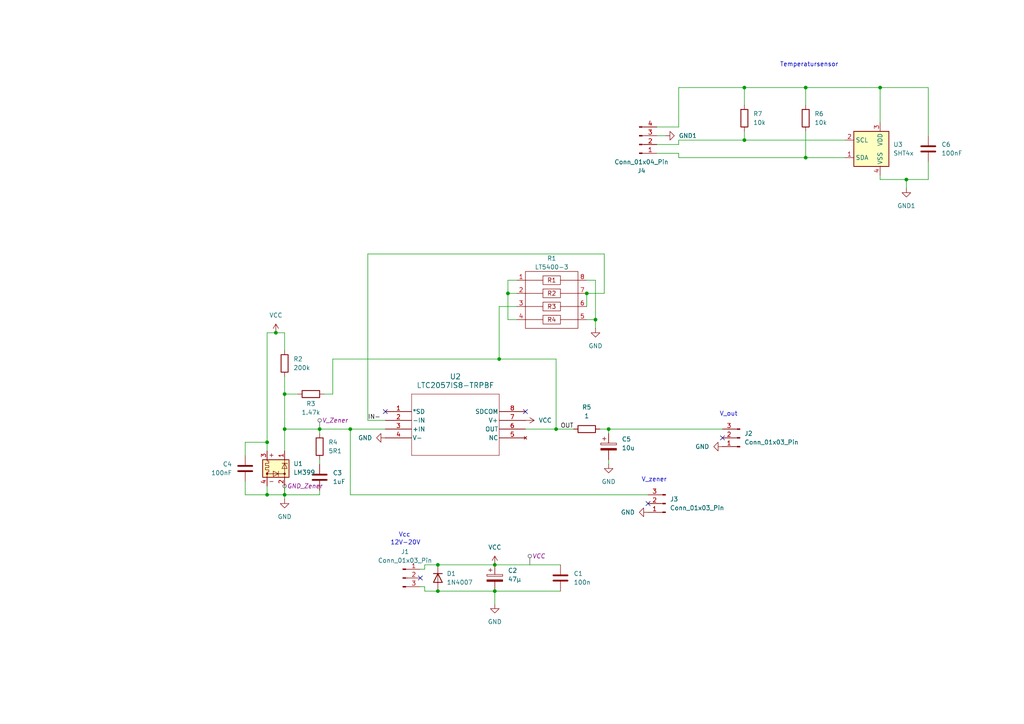
<source format=kicad_sch>
(kicad_sch
	(version 20231120)
	(generator "eeschema")
	(generator_version "8.0")
	(uuid "b395d0cd-3e37-42ea-9880-2a687ed21675")
	(paper "A4")
	(lib_symbols
		(symbol "Connector:Conn_01x03_Pin"
			(pin_names
				(offset 1.016) hide)
			(exclude_from_sim no)
			(in_bom yes)
			(on_board yes)
			(property "Reference" "J"
				(at 0 5.08 0)
				(effects
					(font
						(size 1.27 1.27)
					)
				)
			)
			(property "Value" "Conn_01x03_Pin"
				(at 0 -5.08 0)
				(effects
					(font
						(size 1.27 1.27)
					)
				)
			)
			(property "Footprint" ""
				(at 0 0 0)
				(effects
					(font
						(size 1.27 1.27)
					)
					(hide yes)
				)
			)
			(property "Datasheet" "~"
				(at 0 0 0)
				(effects
					(font
						(size 1.27 1.27)
					)
					(hide yes)
				)
			)
			(property "Description" "Generic connector, single row, 01x03, script generated"
				(at 0 0 0)
				(effects
					(font
						(size 1.27 1.27)
					)
					(hide yes)
				)
			)
			(property "ki_locked" ""
				(at 0 0 0)
				(effects
					(font
						(size 1.27 1.27)
					)
				)
			)
			(property "ki_keywords" "connector"
				(at 0 0 0)
				(effects
					(font
						(size 1.27 1.27)
					)
					(hide yes)
				)
			)
			(property "ki_fp_filters" "Connector*:*_1x??_*"
				(at 0 0 0)
				(effects
					(font
						(size 1.27 1.27)
					)
					(hide yes)
				)
			)
			(symbol "Conn_01x03_Pin_1_1"
				(polyline
					(pts
						(xy 1.27 -2.54) (xy 0.8636 -2.54)
					)
					(stroke
						(width 0.1524)
						(type default)
					)
					(fill
						(type none)
					)
				)
				(polyline
					(pts
						(xy 1.27 0) (xy 0.8636 0)
					)
					(stroke
						(width 0.1524)
						(type default)
					)
					(fill
						(type none)
					)
				)
				(polyline
					(pts
						(xy 1.27 2.54) (xy 0.8636 2.54)
					)
					(stroke
						(width 0.1524)
						(type default)
					)
					(fill
						(type none)
					)
				)
				(rectangle
					(start 0.8636 -2.413)
					(end 0 -2.667)
					(stroke
						(width 0.1524)
						(type default)
					)
					(fill
						(type outline)
					)
				)
				(rectangle
					(start 0.8636 0.127)
					(end 0 -0.127)
					(stroke
						(width 0.1524)
						(type default)
					)
					(fill
						(type outline)
					)
				)
				(rectangle
					(start 0.8636 2.667)
					(end 0 2.413)
					(stroke
						(width 0.1524)
						(type default)
					)
					(fill
						(type outline)
					)
				)
				(pin passive line
					(at 5.08 2.54 180)
					(length 3.81)
					(name "Pin_1"
						(effects
							(font
								(size 1.27 1.27)
							)
						)
					)
					(number "1"
						(effects
							(font
								(size 1.27 1.27)
							)
						)
					)
				)
				(pin passive line
					(at 5.08 0 180)
					(length 3.81)
					(name "Pin_2"
						(effects
							(font
								(size 1.27 1.27)
							)
						)
					)
					(number "2"
						(effects
							(font
								(size 1.27 1.27)
							)
						)
					)
				)
				(pin passive line
					(at 5.08 -2.54 180)
					(length 3.81)
					(name "Pin_3"
						(effects
							(font
								(size 1.27 1.27)
							)
						)
					)
					(number "3"
						(effects
							(font
								(size 1.27 1.27)
							)
						)
					)
				)
			)
		)
		(symbol "Connector:Conn_01x04_Pin"
			(pin_names
				(offset 1.016) hide)
			(exclude_from_sim no)
			(in_bom yes)
			(on_board yes)
			(property "Reference" "J"
				(at 0 5.08 0)
				(effects
					(font
						(size 1.27 1.27)
					)
				)
			)
			(property "Value" "Conn_01x04_Pin"
				(at 0 -7.62 0)
				(effects
					(font
						(size 1.27 1.27)
					)
				)
			)
			(property "Footprint" ""
				(at 0 0 0)
				(effects
					(font
						(size 1.27 1.27)
					)
					(hide yes)
				)
			)
			(property "Datasheet" "~"
				(at 0 0 0)
				(effects
					(font
						(size 1.27 1.27)
					)
					(hide yes)
				)
			)
			(property "Description" "Generic connector, single row, 01x04, script generated"
				(at 0 0 0)
				(effects
					(font
						(size 1.27 1.27)
					)
					(hide yes)
				)
			)
			(property "ki_locked" ""
				(at 0 0 0)
				(effects
					(font
						(size 1.27 1.27)
					)
				)
			)
			(property "ki_keywords" "connector"
				(at 0 0 0)
				(effects
					(font
						(size 1.27 1.27)
					)
					(hide yes)
				)
			)
			(property "ki_fp_filters" "Connector*:*_1x??_*"
				(at 0 0 0)
				(effects
					(font
						(size 1.27 1.27)
					)
					(hide yes)
				)
			)
			(symbol "Conn_01x04_Pin_1_1"
				(polyline
					(pts
						(xy 1.27 -5.08) (xy 0.8636 -5.08)
					)
					(stroke
						(width 0.1524)
						(type default)
					)
					(fill
						(type none)
					)
				)
				(polyline
					(pts
						(xy 1.27 -2.54) (xy 0.8636 -2.54)
					)
					(stroke
						(width 0.1524)
						(type default)
					)
					(fill
						(type none)
					)
				)
				(polyline
					(pts
						(xy 1.27 0) (xy 0.8636 0)
					)
					(stroke
						(width 0.1524)
						(type default)
					)
					(fill
						(type none)
					)
				)
				(polyline
					(pts
						(xy 1.27 2.54) (xy 0.8636 2.54)
					)
					(stroke
						(width 0.1524)
						(type default)
					)
					(fill
						(type none)
					)
				)
				(rectangle
					(start 0.8636 -4.953)
					(end 0 -5.207)
					(stroke
						(width 0.1524)
						(type default)
					)
					(fill
						(type outline)
					)
				)
				(rectangle
					(start 0.8636 -2.413)
					(end 0 -2.667)
					(stroke
						(width 0.1524)
						(type default)
					)
					(fill
						(type outline)
					)
				)
				(rectangle
					(start 0.8636 0.127)
					(end 0 -0.127)
					(stroke
						(width 0.1524)
						(type default)
					)
					(fill
						(type outline)
					)
				)
				(rectangle
					(start 0.8636 2.667)
					(end 0 2.413)
					(stroke
						(width 0.1524)
						(type default)
					)
					(fill
						(type outline)
					)
				)
				(pin passive line
					(at 5.08 2.54 180)
					(length 3.81)
					(name "Pin_1"
						(effects
							(font
								(size 1.27 1.27)
							)
						)
					)
					(number "1"
						(effects
							(font
								(size 1.27 1.27)
							)
						)
					)
				)
				(pin passive line
					(at 5.08 0 180)
					(length 3.81)
					(name "Pin_2"
						(effects
							(font
								(size 1.27 1.27)
							)
						)
					)
					(number "2"
						(effects
							(font
								(size 1.27 1.27)
							)
						)
					)
				)
				(pin passive line
					(at 5.08 -2.54 180)
					(length 3.81)
					(name "Pin_3"
						(effects
							(font
								(size 1.27 1.27)
							)
						)
					)
					(number "3"
						(effects
							(font
								(size 1.27 1.27)
							)
						)
					)
				)
				(pin passive line
					(at 5.08 -5.08 180)
					(length 3.81)
					(name "Pin_4"
						(effects
							(font
								(size 1.27 1.27)
							)
						)
					)
					(number "4"
						(effects
							(font
								(size 1.27 1.27)
							)
						)
					)
				)
			)
		)
		(symbol "Device:C"
			(pin_numbers hide)
			(pin_names
				(offset 0.254)
			)
			(exclude_from_sim no)
			(in_bom yes)
			(on_board yes)
			(property "Reference" "C"
				(at 0.635 2.54 0)
				(effects
					(font
						(size 1.27 1.27)
					)
					(justify left)
				)
			)
			(property "Value" "C"
				(at 0.635 -2.54 0)
				(effects
					(font
						(size 1.27 1.27)
					)
					(justify left)
				)
			)
			(property "Footprint" ""
				(at 0.9652 -3.81 0)
				(effects
					(font
						(size 1.27 1.27)
					)
					(hide yes)
				)
			)
			(property "Datasheet" "~"
				(at 0 0 0)
				(effects
					(font
						(size 1.27 1.27)
					)
					(hide yes)
				)
			)
			(property "Description" "Unpolarized capacitor"
				(at 0 0 0)
				(effects
					(font
						(size 1.27 1.27)
					)
					(hide yes)
				)
			)
			(property "ki_keywords" "cap capacitor"
				(at 0 0 0)
				(effects
					(font
						(size 1.27 1.27)
					)
					(hide yes)
				)
			)
			(property "ki_fp_filters" "C_*"
				(at 0 0 0)
				(effects
					(font
						(size 1.27 1.27)
					)
					(hide yes)
				)
			)
			(symbol "C_0_1"
				(polyline
					(pts
						(xy -2.032 -0.762) (xy 2.032 -0.762)
					)
					(stroke
						(width 0.508)
						(type default)
					)
					(fill
						(type none)
					)
				)
				(polyline
					(pts
						(xy -2.032 0.762) (xy 2.032 0.762)
					)
					(stroke
						(width 0.508)
						(type default)
					)
					(fill
						(type none)
					)
				)
			)
			(symbol "C_1_1"
				(pin passive line
					(at 0 3.81 270)
					(length 2.794)
					(name "~"
						(effects
							(font
								(size 1.27 1.27)
							)
						)
					)
					(number "1"
						(effects
							(font
								(size 1.27 1.27)
							)
						)
					)
				)
				(pin passive line
					(at 0 -3.81 90)
					(length 2.794)
					(name "~"
						(effects
							(font
								(size 1.27 1.27)
							)
						)
					)
					(number "2"
						(effects
							(font
								(size 1.27 1.27)
							)
						)
					)
				)
			)
		)
		(symbol "Device:C_Polarized"
			(pin_numbers hide)
			(pin_names
				(offset 0.254)
			)
			(exclude_from_sim no)
			(in_bom yes)
			(on_board yes)
			(property "Reference" "C"
				(at 0.635 2.54 0)
				(effects
					(font
						(size 1.27 1.27)
					)
					(justify left)
				)
			)
			(property "Value" "C_Polarized"
				(at 0.635 -2.54 0)
				(effects
					(font
						(size 1.27 1.27)
					)
					(justify left)
				)
			)
			(property "Footprint" ""
				(at 0.9652 -3.81 0)
				(effects
					(font
						(size 1.27 1.27)
					)
					(hide yes)
				)
			)
			(property "Datasheet" "~"
				(at 0 0 0)
				(effects
					(font
						(size 1.27 1.27)
					)
					(hide yes)
				)
			)
			(property "Description" "Polarized capacitor"
				(at 0 0 0)
				(effects
					(font
						(size 1.27 1.27)
					)
					(hide yes)
				)
			)
			(property "ki_keywords" "cap capacitor"
				(at 0 0 0)
				(effects
					(font
						(size 1.27 1.27)
					)
					(hide yes)
				)
			)
			(property "ki_fp_filters" "CP_*"
				(at 0 0 0)
				(effects
					(font
						(size 1.27 1.27)
					)
					(hide yes)
				)
			)
			(symbol "C_Polarized_0_1"
				(rectangle
					(start -2.286 0.508)
					(end 2.286 1.016)
					(stroke
						(width 0)
						(type default)
					)
					(fill
						(type none)
					)
				)
				(polyline
					(pts
						(xy -1.778 2.286) (xy -0.762 2.286)
					)
					(stroke
						(width 0)
						(type default)
					)
					(fill
						(type none)
					)
				)
				(polyline
					(pts
						(xy -1.27 2.794) (xy -1.27 1.778)
					)
					(stroke
						(width 0)
						(type default)
					)
					(fill
						(type none)
					)
				)
				(rectangle
					(start 2.286 -0.508)
					(end -2.286 -1.016)
					(stroke
						(width 0)
						(type default)
					)
					(fill
						(type outline)
					)
				)
			)
			(symbol "C_Polarized_1_1"
				(pin passive line
					(at 0 3.81 270)
					(length 2.794)
					(name "~"
						(effects
							(font
								(size 1.27 1.27)
							)
						)
					)
					(number "1"
						(effects
							(font
								(size 1.27 1.27)
							)
						)
					)
				)
				(pin passive line
					(at 0 -3.81 90)
					(length 2.794)
					(name "~"
						(effects
							(font
								(size 1.27 1.27)
							)
						)
					)
					(number "2"
						(effects
							(font
								(size 1.27 1.27)
							)
						)
					)
				)
			)
		)
		(symbol "Device:D"
			(pin_numbers hide)
			(pin_names
				(offset 1.016) hide)
			(exclude_from_sim no)
			(in_bom yes)
			(on_board yes)
			(property "Reference" "D"
				(at 0 2.54 0)
				(effects
					(font
						(size 1.27 1.27)
					)
				)
			)
			(property "Value" "D"
				(at 0 -2.54 0)
				(effects
					(font
						(size 1.27 1.27)
					)
				)
			)
			(property "Footprint" ""
				(at 0 0 0)
				(effects
					(font
						(size 1.27 1.27)
					)
					(hide yes)
				)
			)
			(property "Datasheet" "~"
				(at 0 0 0)
				(effects
					(font
						(size 1.27 1.27)
					)
					(hide yes)
				)
			)
			(property "Description" "Diode"
				(at 0 0 0)
				(effects
					(font
						(size 1.27 1.27)
					)
					(hide yes)
				)
			)
			(property "Sim.Device" "D"
				(at 0 0 0)
				(effects
					(font
						(size 1.27 1.27)
					)
					(hide yes)
				)
			)
			(property "Sim.Pins" "1=K 2=A"
				(at 0 0 0)
				(effects
					(font
						(size 1.27 1.27)
					)
					(hide yes)
				)
			)
			(property "ki_keywords" "diode"
				(at 0 0 0)
				(effects
					(font
						(size 1.27 1.27)
					)
					(hide yes)
				)
			)
			(property "ki_fp_filters" "TO-???* *_Diode_* *SingleDiode* D_*"
				(at 0 0 0)
				(effects
					(font
						(size 1.27 1.27)
					)
					(hide yes)
				)
			)
			(symbol "D_0_1"
				(polyline
					(pts
						(xy -1.27 1.27) (xy -1.27 -1.27)
					)
					(stroke
						(width 0.254)
						(type default)
					)
					(fill
						(type none)
					)
				)
				(polyline
					(pts
						(xy 1.27 0) (xy -1.27 0)
					)
					(stroke
						(width 0)
						(type default)
					)
					(fill
						(type none)
					)
				)
				(polyline
					(pts
						(xy 1.27 1.27) (xy 1.27 -1.27) (xy -1.27 0) (xy 1.27 1.27)
					)
					(stroke
						(width 0.254)
						(type default)
					)
					(fill
						(type none)
					)
				)
			)
			(symbol "D_1_1"
				(pin passive line
					(at -3.81 0 0)
					(length 2.54)
					(name "K"
						(effects
							(font
								(size 1.27 1.27)
							)
						)
					)
					(number "1"
						(effects
							(font
								(size 1.27 1.27)
							)
						)
					)
				)
				(pin passive line
					(at 3.81 0 180)
					(length 2.54)
					(name "A"
						(effects
							(font
								(size 1.27 1.27)
							)
						)
					)
					(number "2"
						(effects
							(font
								(size 1.27 1.27)
							)
						)
					)
				)
			)
		)
		(symbol "Device:R"
			(pin_numbers hide)
			(pin_names
				(offset 0)
			)
			(exclude_from_sim no)
			(in_bom yes)
			(on_board yes)
			(property "Reference" "R"
				(at 2.032 0 90)
				(effects
					(font
						(size 1.27 1.27)
					)
				)
			)
			(property "Value" "R"
				(at 0 0 90)
				(effects
					(font
						(size 1.27 1.27)
					)
				)
			)
			(property "Footprint" ""
				(at -1.778 0 90)
				(effects
					(font
						(size 1.27 1.27)
					)
					(hide yes)
				)
			)
			(property "Datasheet" "~"
				(at 0 0 0)
				(effects
					(font
						(size 1.27 1.27)
					)
					(hide yes)
				)
			)
			(property "Description" "Resistor"
				(at 0 0 0)
				(effects
					(font
						(size 1.27 1.27)
					)
					(hide yes)
				)
			)
			(property "ki_keywords" "R res resistor"
				(at 0 0 0)
				(effects
					(font
						(size 1.27 1.27)
					)
					(hide yes)
				)
			)
			(property "ki_fp_filters" "R_*"
				(at 0 0 0)
				(effects
					(font
						(size 1.27 1.27)
					)
					(hide yes)
				)
			)
			(symbol "R_0_1"
				(rectangle
					(start -1.016 -2.54)
					(end 1.016 2.54)
					(stroke
						(width 0.254)
						(type default)
					)
					(fill
						(type none)
					)
				)
			)
			(symbol "R_1_1"
				(pin passive line
					(at 0 3.81 270)
					(length 1.27)
					(name "~"
						(effects
							(font
								(size 1.27 1.27)
							)
						)
					)
					(number "1"
						(effects
							(font
								(size 1.27 1.27)
							)
						)
					)
				)
				(pin passive line
					(at 0 -3.81 90)
					(length 1.27)
					(name "~"
						(effects
							(font
								(size 1.27 1.27)
							)
						)
					)
					(number "2"
						(effects
							(font
								(size 1.27 1.27)
							)
						)
					)
				)
			)
		)
		(symbol "LT5400:LT5400"
			(exclude_from_sim no)
			(in_bom yes)
			(on_board yes)
			(property "Reference" "R"
				(at 0 0 0)
				(effects
					(font
						(size 1.27 1.27)
					)
				)
			)
			(property "Value" ""
				(at 0 0 0)
				(effects
					(font
						(size 1.27 1.27)
					)
				)
			)
			(property "Footprint" ""
				(at 0 0 0)
				(effects
					(font
						(size 1.27 1.27)
					)
					(hide yes)
				)
			)
			(property "Datasheet" ""
				(at 0 0 0)
				(effects
					(font
						(size 1.27 1.27)
					)
					(hide yes)
				)
			)
			(property "Description" ""
				(at 0 0 0)
				(effects
					(font
						(size 1.27 1.27)
					)
					(hide yes)
				)
			)
			(symbol "LT5400_0_1"
				(rectangle
					(start -7.62 -1.27)
					(end 7.62 -17.78)
					(stroke
						(width 0)
						(type default)
					)
					(fill
						(type none)
					)
				)
				(rectangle
					(start -2.54 -13.97)
					(end 2.54 -16.51)
					(stroke
						(width 0)
						(type default)
					)
					(fill
						(type none)
					)
				)
				(rectangle
					(start -2.54 -10.16)
					(end 2.54 -12.7)
					(stroke
						(width 0)
						(type default)
					)
					(fill
						(type none)
					)
				)
				(rectangle
					(start -2.54 -6.35)
					(end 2.54 -8.89)
					(stroke
						(width 0)
						(type default)
					)
					(fill
						(type none)
					)
				)
				(rectangle
					(start -2.54 -2.54)
					(end 2.54 -5.08)
					(stroke
						(width 0)
						(type default)
					)
					(fill
						(type none)
					)
				)
				(polyline
					(pts
						(xy -7.62 -11.43) (xy -7.62 -11.43)
					)
					(stroke
						(width 0)
						(type default)
					)
					(fill
						(type none)
					)
				)
				(polyline
					(pts
						(xy -7.62 -11.43) (xy -2.54 -11.43)
					)
					(stroke
						(width 0)
						(type default)
					)
					(fill
						(type none)
					)
				)
				(polyline
					(pts
						(xy -7.62 -3.81) (xy -2.54 -3.81)
					)
					(stroke
						(width 0)
						(type default)
					)
					(fill
						(type none)
					)
				)
				(polyline
					(pts
						(xy -2.54 -15.24) (xy -7.62 -15.24)
					)
					(stroke
						(width 0)
						(type default)
					)
					(fill
						(type none)
					)
				)
				(polyline
					(pts
						(xy -2.54 -7.62) (xy -7.62 -7.62)
					)
					(stroke
						(width 0)
						(type default)
					)
					(fill
						(type none)
					)
				)
				(polyline
					(pts
						(xy -2.54 -7.62) (xy -2.54 -7.62)
					)
					(stroke
						(width 0)
						(type default)
					)
					(fill
						(type none)
					)
				)
				(polyline
					(pts
						(xy -2.54 -3.81) (xy -2.54 -3.81)
					)
					(stroke
						(width 0)
						(type default)
					)
					(fill
						(type none)
					)
				)
				(polyline
					(pts
						(xy 2.54 -15.24) (xy 2.54 -15.24)
					)
					(stroke
						(width 0)
						(type default)
					)
					(fill
						(type none)
					)
				)
				(polyline
					(pts
						(xy 2.54 -11.43) (xy 7.62 -11.43)
					)
					(stroke
						(width 0)
						(type default)
					)
					(fill
						(type none)
					)
				)
				(polyline
					(pts
						(xy 2.54 -3.81) (xy 7.62 -3.81)
					)
					(stroke
						(width 0)
						(type default)
					)
					(fill
						(type none)
					)
				)
				(polyline
					(pts
						(xy 7.62 -15.24) (xy 2.54 -15.24)
					)
					(stroke
						(width 0)
						(type default)
					)
					(fill
						(type none)
					)
				)
				(polyline
					(pts
						(xy 7.62 -7.62) (xy 2.54 -7.62)
					)
					(stroke
						(width 0)
						(type default)
					)
					(fill
						(type none)
					)
				)
			)
			(symbol "LT5400_1_1"
				(text "R1"
					(at 0 -3.81 0)
					(effects
						(font
							(size 1.27 1.27)
						)
					)
				)
				(text "R2"
					(at 0 -7.62 0)
					(effects
						(font
							(size 1.27 1.27)
						)
					)
				)
				(text "R3"
					(at 0 -11.43 0)
					(effects
						(font
							(size 1.27 1.27)
						)
					)
				)
				(text "R4"
					(at 0 -15.24 0)
					(effects
						(font
							(size 1.27 1.27)
						)
					)
				)
				(pin passive line
					(at -10.16 -3.81 0)
					(length 2.54)
					(name ""
						(effects
							(font
								(size 1.27 1.27)
							)
						)
					)
					(number "1"
						(effects
							(font
								(size 1.27 1.27)
							)
						)
					)
				)
				(pin passive line
					(at -10.16 -7.62 0)
					(length 2.54)
					(name ""
						(effects
							(font
								(size 1.27 1.27)
							)
						)
					)
					(number "2"
						(effects
							(font
								(size 1.27 1.27)
							)
						)
					)
				)
				(pin passive line
					(at -10.16 -11.43 0)
					(length 2.54)
					(name ""
						(effects
							(font
								(size 1.27 1.27)
							)
						)
					)
					(number "3"
						(effects
							(font
								(size 1.27 1.27)
							)
						)
					)
				)
				(pin passive line
					(at -10.16 -15.24 0)
					(length 2.54)
					(name ""
						(effects
							(font
								(size 1.27 1.27)
							)
						)
					)
					(number "4"
						(effects
							(font
								(size 1.27 1.27)
							)
						)
					)
				)
				(pin passive line
					(at 10.16 -15.24 180)
					(length 2.54)
					(name ""
						(effects
							(font
								(size 1.27 1.27)
							)
						)
					)
					(number "5"
						(effects
							(font
								(size 1.27 1.27)
							)
						)
					)
				)
				(pin passive line
					(at 10.16 -11.43 180)
					(length 2.54)
					(name ""
						(effects
							(font
								(size 1.27 1.27)
							)
						)
					)
					(number "6"
						(effects
							(font
								(size 1.27 1.27)
							)
						)
					)
				)
				(pin passive line
					(at 10.16 -7.62 180)
					(length 2.54)
					(name ""
						(effects
							(font
								(size 1.27 1.27)
							)
						)
					)
					(number "7"
						(effects
							(font
								(size 1.27 1.27)
							)
						)
					)
				)
				(pin passive line
					(at 10.16 -3.81 180)
					(length 2.54)
					(name ""
						(effects
							(font
								(size 1.27 1.27)
							)
						)
					)
					(number "8"
						(effects
							(font
								(size 1.27 1.27)
							)
						)
					)
				)
			)
		)
		(symbol "LTC2057:LTC2057IS8-TRPBF"
			(pin_names
				(offset 0.254)
			)
			(exclude_from_sim no)
			(in_bom yes)
			(on_board yes)
			(property "Reference" "U"
				(at 20.32 10.16 0)
				(effects
					(font
						(size 1.524 1.524)
					)
				)
			)
			(property "Value" "LTC2057IS8-TRPBF"
				(at 20.32 7.62 0)
				(effects
					(font
						(size 1.524 1.524)
					)
				)
			)
			(property "Footprint" "SO-8_S_LIT"
				(at 0 0 0)
				(effects
					(font
						(size 1.27 1.27)
						(italic yes)
					)
					(hide yes)
				)
			)
			(property "Datasheet" "LTC2057IS8-TRPBF"
				(at 0 0 0)
				(effects
					(font
						(size 1.27 1.27)
						(italic yes)
					)
					(hide yes)
				)
			)
			(property "Description" ""
				(at 0 0 0)
				(effects
					(font
						(size 1.27 1.27)
					)
					(hide yes)
				)
			)
			(property "ki_locked" ""
				(at 0 0 0)
				(effects
					(font
						(size 1.27 1.27)
					)
				)
			)
			(property "ki_keywords" "LTC2057IS8#TRPBF"
				(at 0 0 0)
				(effects
					(font
						(size 1.27 1.27)
					)
					(hide yes)
				)
			)
			(property "ki_fp_filters" "SO-8_S_LIT SO-8_S_LIT-M SO-8_S_LIT-L"
				(at 0 0 0)
				(effects
					(font
						(size 1.27 1.27)
					)
					(hide yes)
				)
			)
			(symbol "LTC2057IS8-TRPBF_0_1"
				(polyline
					(pts
						(xy 7.62 -12.7) (xy 33.02 -12.7)
					)
					(stroke
						(width 0.127)
						(type default)
					)
					(fill
						(type none)
					)
				)
				(polyline
					(pts
						(xy 7.62 5.08) (xy 7.62 -12.7)
					)
					(stroke
						(width 0.127)
						(type default)
					)
					(fill
						(type none)
					)
				)
				(polyline
					(pts
						(xy 33.02 -12.7) (xy 33.02 5.08)
					)
					(stroke
						(width 0.127)
						(type default)
					)
					(fill
						(type none)
					)
				)
				(polyline
					(pts
						(xy 33.02 5.08) (xy 7.62 5.08)
					)
					(stroke
						(width 0.127)
						(type default)
					)
					(fill
						(type none)
					)
				)
				(pin unspecified line
					(at 0 0 0)
					(length 7.62)
					(name "*SD"
						(effects
							(font
								(size 1.27 1.27)
							)
						)
					)
					(number "1"
						(effects
							(font
								(size 1.27 1.27)
							)
						)
					)
				)
				(pin input line
					(at 0 -2.54 0)
					(length 7.62)
					(name "-IN"
						(effects
							(font
								(size 1.27 1.27)
							)
						)
					)
					(number "2"
						(effects
							(font
								(size 1.27 1.27)
							)
						)
					)
				)
				(pin input line
					(at 0 -5.08 0)
					(length 7.62)
					(name "+IN"
						(effects
							(font
								(size 1.27 1.27)
							)
						)
					)
					(number "3"
						(effects
							(font
								(size 1.27 1.27)
							)
						)
					)
				)
				(pin power_in line
					(at 0 -7.62 0)
					(length 7.62)
					(name "V-"
						(effects
							(font
								(size 1.27 1.27)
							)
						)
					)
					(number "4"
						(effects
							(font
								(size 1.27 1.27)
							)
						)
					)
				)
				(pin no_connect line
					(at 40.64 -7.62 180)
					(length 7.62)
					(name "NC"
						(effects
							(font
								(size 1.27 1.27)
							)
						)
					)
					(number "5"
						(effects
							(font
								(size 1.27 1.27)
							)
						)
					)
				)
				(pin output line
					(at 40.64 -5.08 180)
					(length 7.62)
					(name "OUT"
						(effects
							(font
								(size 1.27 1.27)
							)
						)
					)
					(number "6"
						(effects
							(font
								(size 1.27 1.27)
							)
						)
					)
				)
				(pin power_in line
					(at 40.64 -2.54 180)
					(length 7.62)
					(name "V+"
						(effects
							(font
								(size 1.27 1.27)
							)
						)
					)
					(number "7"
						(effects
							(font
								(size 1.27 1.27)
							)
						)
					)
				)
				(pin unspecified line
					(at 40.64 0 180)
					(length 7.62)
					(name "SDCOM"
						(effects
							(font
								(size 1.27 1.27)
							)
						)
					)
					(number "8"
						(effects
							(font
								(size 1.27 1.27)
							)
						)
					)
				)
			)
		)
		(symbol "Reference_Voltage:LM399"
			(pin_names
				(offset 1.016) hide)
			(exclude_from_sim no)
			(in_bom yes)
			(on_board yes)
			(property "Reference" "U"
				(at 3.81 1.27 0)
				(effects
					(font
						(size 1.27 1.27)
					)
					(justify left)
				)
			)
			(property "Value" "LM399"
				(at 3.81 -1.27 0)
				(effects
					(font
						(size 1.27 1.27)
					)
					(justify left)
				)
			)
			(property "Footprint" "Package_TO_SOT_THT:Analog_TO-46-4_ThermalShield"
				(at 0 -4.445 0)
				(effects
					(font
						(size 1.27 1.27)
					)
					(hide yes)
				)
			)
			(property "Datasheet" "https://www.analog.com/media/en/technical-documentation/data-sheets/199399fc.pdf"
				(at 0 2.54 90)
				(effects
					(font
						(size 1.27 1.27)
					)
					(hide yes)
				)
			)
			(property "Description" "Precision Reference, 6.95V, Buried Zener Diode with Thermal Shielding Can, TO-46-4"
				(at 0 0 0)
				(effects
					(font
						(size 1.27 1.27)
					)
					(hide yes)
				)
			)
			(property "ki_keywords" "Zener diode device voltage reference"
				(at 0 0 0)
				(effects
					(font
						(size 1.27 1.27)
					)
					(hide yes)
				)
			)
			(property "ki_fp_filters" "Analog*TO?46*"
				(at 0 0 0)
				(effects
					(font
						(size 1.27 1.27)
					)
					(hide yes)
				)
			)
			(symbol "LM399_0_0"
				(text "+"
					(at -1.27 3.937 0)
					(effects
						(font
							(size 1.27 1.27)
						)
					)
				)
			)
			(symbol "LM399_0_1"
				(rectangle
					(start -3.81 2.54)
					(end 3.81 -2.54)
					(stroke
						(width 0.254)
						(type default)
					)
					(fill
						(type background)
					)
				)
				(circle
					(center -2.54 -1.524)
					(radius 0.254)
					(stroke
						(width 0)
						(type default)
					)
					(fill
						(type outline)
					)
				)
				(polyline
					(pts
						(xy -2.54 -2.54) (xy -2.54 -1.016) (xy -2.032 -1.016) (xy -2.032 -0.381) (xy -3.048 -0.381) (xy -3.048 0.254)
						(xy -2.032 0.254) (xy -2.032 0.889) (xy -3.048 0.889) (xy -3.048 1.524) (xy -2.032 1.524) (xy -2.032 2.159)
						(xy -2.54 2.159) (xy -2.54 2.54)
					)
					(stroke
						(width 0)
						(type default)
					)
					(fill
						(type none)
					)
				)
				(circle
					(center 2.54 -1.524)
					(radius 0.254)
					(stroke
						(width 0)
						(type default)
					)
					(fill
						(type outline)
					)
				)
			)
			(symbol "LM399_1_1"
				(polyline
					(pts
						(xy 2.54 -1.524) (xy -2.54 -1.524)
					)
					(stroke
						(width 0)
						(type default)
					)
					(fill
						(type none)
					)
				)
				(polyline
					(pts
						(xy 2.54 2.54) (xy 2.54 -2.54)
					)
					(stroke
						(width 0)
						(type default)
					)
					(fill
						(type none)
					)
				)
				(polyline
					(pts
						(xy 0.762 -0.762) (xy 0.762 -1.524) (xy 0.762 -2.286)
					)
					(stroke
						(width 0)
						(type default)
					)
					(fill
						(type none)
					)
				)
				(polyline
					(pts
						(xy 1.778 1.524) (xy 3.302 1.524) (xy 3.302 1.27)
					)
					(stroke
						(width 0)
						(type default)
					)
					(fill
						(type none)
					)
				)
				(polyline
					(pts
						(xy -0.762 -0.762) (xy -0.762 -2.286) (xy 0.762 -1.524) (xy -0.762 -0.762)
					)
					(stroke
						(width 0)
						(type default)
					)
					(fill
						(type none)
					)
				)
				(polyline
					(pts
						(xy 1.778 0) (xy 3.302 0) (xy 2.54 1.524) (xy 1.778 0)
					)
					(stroke
						(width 0)
						(type default)
					)
					(fill
						(type none)
					)
				)
				(text "-"
					(at -1.27 -3.683 0)
					(effects
						(font
							(size 1.27 1.27)
						)
					)
				)
				(pin passive line
					(at 2.54 5.08 270)
					(length 2.54)
					(name "~"
						(effects
							(font
								(size 1.27 1.27)
							)
						)
					)
					(number "1"
						(effects
							(font
								(size 1.27 1.27)
							)
						)
					)
				)
				(pin passive line
					(at 2.54 -5.08 90)
					(length 2.54)
					(name "~"
						(effects
							(font
								(size 1.27 1.27)
							)
						)
					)
					(number "2"
						(effects
							(font
								(size 1.27 1.27)
							)
						)
					)
				)
				(pin power_in line
					(at -2.54 5.08 270)
					(length 2.54)
					(name "~"
						(effects
							(font
								(size 1.27 1.27)
							)
						)
					)
					(number "3"
						(effects
							(font
								(size 1.27 1.27)
							)
						)
					)
				)
				(pin power_in line
					(at -2.54 -5.08 90)
					(length 2.54)
					(name "~"
						(effects
							(font
								(size 1.27 1.27)
							)
						)
					)
					(number "4"
						(effects
							(font
								(size 1.27 1.27)
							)
						)
					)
				)
			)
		)
		(symbol "Sensor_Humidity:SHT4x"
			(exclude_from_sim no)
			(in_bom yes)
			(on_board yes)
			(property "Reference" "U"
				(at 0 8.89 0)
				(effects
					(font
						(size 1.27 1.27)
					)
					(justify right)
				)
			)
			(property "Value" "SHT4x"
				(at 0 6.35 0)
				(effects
					(font
						(size 1.27 1.27)
					)
					(justify right)
				)
			)
			(property "Footprint" "Sensor_Humidity:Sensirion_DFN-4_1.5x1.5mm_P0.8mm_SHT4x_NoCentralPad"
				(at 3.81 -6.35 0)
				(effects
					(font
						(size 1.27 1.27)
					)
					(justify left)
					(hide yes)
				)
			)
			(property "Datasheet" "https://sensirion.com/media/documents/33FD6951/624C4357/Datasheet_SHT4x.pdf"
				(at 3.81 -8.89 0)
				(effects
					(font
						(size 1.27 1.27)
					)
					(justify left)
					(hide yes)
				)
			)
			(property "Description" "Digital Humidity and Temperature Sensor, ±1%RH, ±0.1°C, I2C, 1.08-3.6V, 16bit, DFN-4"
				(at 0 0 0)
				(effects
					(font
						(size 1.27 1.27)
					)
					(hide yes)
				)
			)
			(property "ki_keywords" "Sensirion environment environmental measurement digital SHT40 SHT41 SHT45"
				(at 0 0 0)
				(effects
					(font
						(size 1.27 1.27)
					)
					(hide yes)
				)
			)
			(property "ki_fp_filters" "Sensirion?DFN*1.5x1.5mm*P0.8mm*SHT4x*"
				(at 0 0 0)
				(effects
					(font
						(size 1.27 1.27)
					)
					(hide yes)
				)
			)
			(symbol "SHT4x_1_1"
				(rectangle
					(start -5.08 5.08)
					(end 5.08 -5.08)
					(stroke
						(width 0.254)
						(type default)
					)
					(fill
						(type background)
					)
				)
				(pin bidirectional line
					(at -7.62 -2.54 0)
					(length 2.54)
					(name "SDA"
						(effects
							(font
								(size 1.27 1.27)
							)
						)
					)
					(number "1"
						(effects
							(font
								(size 1.27 1.27)
							)
						)
					)
				)
				(pin input line
					(at -7.62 2.54 0)
					(length 2.54)
					(name "SCL"
						(effects
							(font
								(size 1.27 1.27)
							)
						)
					)
					(number "2"
						(effects
							(font
								(size 1.27 1.27)
							)
						)
					)
				)
				(pin power_in line
					(at 2.54 7.62 270)
					(length 2.54)
					(name "VDD"
						(effects
							(font
								(size 1.27 1.27)
							)
						)
					)
					(number "3"
						(effects
							(font
								(size 1.27 1.27)
							)
						)
					)
				)
				(pin power_in line
					(at 2.54 -7.62 90)
					(length 2.54)
					(name "VSS"
						(effects
							(font
								(size 1.27 1.27)
							)
						)
					)
					(number "4"
						(effects
							(font
								(size 1.27 1.27)
							)
						)
					)
				)
			)
		)
		(symbol "power:GND"
			(power)
			(pin_numbers hide)
			(pin_names
				(offset 0) hide)
			(exclude_from_sim no)
			(in_bom yes)
			(on_board yes)
			(property "Reference" "#PWR"
				(at 0 -6.35 0)
				(effects
					(font
						(size 1.27 1.27)
					)
					(hide yes)
				)
			)
			(property "Value" "GND"
				(at 0 -3.81 0)
				(effects
					(font
						(size 1.27 1.27)
					)
				)
			)
			(property "Footprint" ""
				(at 0 0 0)
				(effects
					(font
						(size 1.27 1.27)
					)
					(hide yes)
				)
			)
			(property "Datasheet" ""
				(at 0 0 0)
				(effects
					(font
						(size 1.27 1.27)
					)
					(hide yes)
				)
			)
			(property "Description" "Power symbol creates a global label with name \"GND\" , ground"
				(at 0 0 0)
				(effects
					(font
						(size 1.27 1.27)
					)
					(hide yes)
				)
			)
			(property "ki_keywords" "global power"
				(at 0 0 0)
				(effects
					(font
						(size 1.27 1.27)
					)
					(hide yes)
				)
			)
			(symbol "GND_0_1"
				(polyline
					(pts
						(xy 0 0) (xy 0 -1.27) (xy 1.27 -1.27) (xy 0 -2.54) (xy -1.27 -1.27) (xy 0 -1.27)
					)
					(stroke
						(width 0)
						(type default)
					)
					(fill
						(type none)
					)
				)
			)
			(symbol "GND_1_1"
				(pin power_in line
					(at 0 0 270)
					(length 0)
					(name "~"
						(effects
							(font
								(size 1.27 1.27)
							)
						)
					)
					(number "1"
						(effects
							(font
								(size 1.27 1.27)
							)
						)
					)
				)
			)
		)
		(symbol "power:GND1"
			(power)
			(pin_numbers hide)
			(pin_names
				(offset 0) hide)
			(exclude_from_sim no)
			(in_bom yes)
			(on_board yes)
			(property "Reference" "#PWR"
				(at 0 -6.35 0)
				(effects
					(font
						(size 1.27 1.27)
					)
					(hide yes)
				)
			)
			(property "Value" "GND1"
				(at 0 -3.81 0)
				(effects
					(font
						(size 1.27 1.27)
					)
				)
			)
			(property "Footprint" ""
				(at 0 0 0)
				(effects
					(font
						(size 1.27 1.27)
					)
					(hide yes)
				)
			)
			(property "Datasheet" ""
				(at 0 0 0)
				(effects
					(font
						(size 1.27 1.27)
					)
					(hide yes)
				)
			)
			(property "Description" "Power symbol creates a global label with name \"GND1\" , ground"
				(at 0 0 0)
				(effects
					(font
						(size 1.27 1.27)
					)
					(hide yes)
				)
			)
			(property "ki_keywords" "global power"
				(at 0 0 0)
				(effects
					(font
						(size 1.27 1.27)
					)
					(hide yes)
				)
			)
			(symbol "GND1_0_1"
				(polyline
					(pts
						(xy 0 0) (xy 0 -1.27) (xy 1.27 -1.27) (xy 0 -2.54) (xy -1.27 -1.27) (xy 0 -1.27)
					)
					(stroke
						(width 0)
						(type default)
					)
					(fill
						(type none)
					)
				)
			)
			(symbol "GND1_1_1"
				(pin power_in line
					(at 0 0 270)
					(length 0)
					(name "~"
						(effects
							(font
								(size 1.27 1.27)
							)
						)
					)
					(number "1"
						(effects
							(font
								(size 1.27 1.27)
							)
						)
					)
				)
			)
		)
		(symbol "power:VCC"
			(power)
			(pin_numbers hide)
			(pin_names
				(offset 0) hide)
			(exclude_from_sim no)
			(in_bom yes)
			(on_board yes)
			(property "Reference" "#PWR"
				(at 0 -3.81 0)
				(effects
					(font
						(size 1.27 1.27)
					)
					(hide yes)
				)
			)
			(property "Value" "VCC"
				(at 0 3.556 0)
				(effects
					(font
						(size 1.27 1.27)
					)
				)
			)
			(property "Footprint" ""
				(at 0 0 0)
				(effects
					(font
						(size 1.27 1.27)
					)
					(hide yes)
				)
			)
			(property "Datasheet" ""
				(at 0 0 0)
				(effects
					(font
						(size 1.27 1.27)
					)
					(hide yes)
				)
			)
			(property "Description" "Power symbol creates a global label with name \"VCC\""
				(at 0 0 0)
				(effects
					(font
						(size 1.27 1.27)
					)
					(hide yes)
				)
			)
			(property "ki_keywords" "global power"
				(at 0 0 0)
				(effects
					(font
						(size 1.27 1.27)
					)
					(hide yes)
				)
			)
			(symbol "VCC_0_1"
				(polyline
					(pts
						(xy -0.762 1.27) (xy 0 2.54)
					)
					(stroke
						(width 0)
						(type default)
					)
					(fill
						(type none)
					)
				)
				(polyline
					(pts
						(xy 0 0) (xy 0 2.54)
					)
					(stroke
						(width 0)
						(type default)
					)
					(fill
						(type none)
					)
				)
				(polyline
					(pts
						(xy 0 2.54) (xy 0.762 1.27)
					)
					(stroke
						(width 0)
						(type default)
					)
					(fill
						(type none)
					)
				)
			)
			(symbol "VCC_1_1"
				(pin power_in line
					(at 0 0 90)
					(length 0)
					(name "~"
						(effects
							(font
								(size 1.27 1.27)
							)
						)
					)
					(number "1"
						(effects
							(font
								(size 1.27 1.27)
							)
						)
					)
				)
			)
		)
	)
	(junction
		(at 127 163.83)
		(diameter 0)
		(color 0 0 0 0)
		(uuid "012efc21-ed39-482b-b3a9-6ade2bcd2796")
	)
	(junction
		(at 215.9 25.4)
		(diameter 0)
		(color 0 0 0 0)
		(uuid "0330aa80-b2fe-4aa9-8df8-07dfa24776d4")
	)
	(junction
		(at 255.27 25.4)
		(diameter 0)
		(color 0 0 0 0)
		(uuid "0b1b1221-f0bb-410f-af37-986fdf5f0e43")
	)
	(junction
		(at 77.47 143.51)
		(diameter 0)
		(color 0 0 0 0)
		(uuid "2b3329a7-efa8-4eae-8ecd-29a80e8d1557")
	)
	(junction
		(at 101.6 124.46)
		(diameter 0)
		(color 0 0 0 0)
		(uuid "47c7c400-e086-43d0-826c-6c6ad212116d")
	)
	(junction
		(at 233.68 25.4)
		(diameter 0)
		(color 0 0 0 0)
		(uuid "4d0425a6-de0e-441a-a7fc-9f9c9291f6c6")
	)
	(junction
		(at 127 171.45)
		(diameter 0)
		(color 0 0 0 0)
		(uuid "6159baf6-e3ab-4a46-8ca4-fc1a39ccce6c")
	)
	(junction
		(at 77.47 128.27)
		(diameter 0)
		(color 0 0 0 0)
		(uuid "76a8552b-9778-446b-a347-b1a323095269")
	)
	(junction
		(at 92.71 124.46)
		(diameter 0)
		(color 0 0 0 0)
		(uuid "79c6ff85-ccbc-4b10-8d5d-1c6aac4a448f")
	)
	(junction
		(at 215.9 40.64)
		(diameter 0)
		(color 0 0 0 0)
		(uuid "7b463087-a9c3-4222-b6f7-9d4be0e25499")
	)
	(junction
		(at 82.55 124.46)
		(diameter 0)
		(color 0 0 0 0)
		(uuid "7d08f873-b354-44d5-a464-96c18a6d8d18")
	)
	(junction
		(at 161.29 124.46)
		(diameter 0)
		(color 0 0 0 0)
		(uuid "944f895e-876b-4136-acf0-586a66af81a8")
	)
	(junction
		(at 172.72 92.71)
		(diameter 0)
		(color 0 0 0 0)
		(uuid "9b0ba56f-16fb-45f9-997e-ee405b2a6cea")
	)
	(junction
		(at 82.55 114.3)
		(diameter 0)
		(color 0 0 0 0)
		(uuid "a72b7efd-606e-46e5-9482-be0d9f06d545")
	)
	(junction
		(at 144.78 104.14)
		(diameter 0)
		(color 0 0 0 0)
		(uuid "b104ebd2-1bc3-4f02-ab66-56032b4919e5")
	)
	(junction
		(at 143.51 163.83)
		(diameter 0)
		(color 0 0 0 0)
		(uuid "bdb900d0-c3cc-444a-a37a-35fe28dd8597")
	)
	(junction
		(at 147.32 85.09)
		(diameter 0)
		(color 0 0 0 0)
		(uuid "c08a17fd-e3c0-4a53-bc05-a25756f5bf55")
	)
	(junction
		(at 233.68 45.72)
		(diameter 0)
		(color 0 0 0 0)
		(uuid "c24d3f1d-3515-4bbc-a490-ef0ef047bf72")
	)
	(junction
		(at 170.18 85.09)
		(diameter 0)
		(color 0 0 0 0)
		(uuid "c56a9055-1c98-4541-a2e0-7e904e517731")
	)
	(junction
		(at 80.01 96.52)
		(diameter 0)
		(color 0 0 0 0)
		(uuid "c8f4b5fd-0f1a-443e-aa1f-022de8921522")
	)
	(junction
		(at 143.51 171.45)
		(diameter 0)
		(color 0 0 0 0)
		(uuid "cb4af95c-706c-4641-b7be-ec03bbe8a0ce")
	)
	(junction
		(at 176.53 124.46)
		(diameter 0)
		(color 0 0 0 0)
		(uuid "ddfd7d3f-2c06-436a-b19e-0ce73a5b0ec8")
	)
	(junction
		(at 262.89 52.07)
		(diameter 0)
		(color 0 0 0 0)
		(uuid "f333c3bd-fe1c-469a-a4a0-ab4cfc5cb573")
	)
	(junction
		(at 82.55 143.51)
		(diameter 0)
		(color 0 0 0 0)
		(uuid "fb595d6c-0158-489d-bd81-d97e443c2c39")
	)
	(no_connect
		(at 209.55 127)
		(uuid "1a1aa717-d011-40f8-bbf5-86a0aaf24ca5")
	)
	(no_connect
		(at 121.92 167.64)
		(uuid "2ad27657-ce75-4432-9dcc-931e0cf6d6b0")
	)
	(no_connect
		(at 111.76 119.38)
		(uuid "9731295f-05ac-4271-9467-e266176c8049")
	)
	(no_connect
		(at 187.96 146.05)
		(uuid "c82d6bdc-5d94-4bfb-9e6a-020c88cf08b6")
	)
	(no_connect
		(at 152.4 119.38)
		(uuid "debc240a-60d9-4389-9627-1214963eb89a")
	)
	(wire
		(pts
			(xy 144.78 88.9) (xy 144.78 104.14)
		)
		(stroke
			(width 0)
			(type default)
		)
		(uuid "0143dfc3-6ccf-43b3-add8-86bfe36c4ae3")
	)
	(wire
		(pts
			(xy 255.27 25.4) (xy 269.24 25.4)
		)
		(stroke
			(width 0)
			(type default)
		)
		(uuid "01bf55aa-0431-4f90-b540-6e7af235c56c")
	)
	(wire
		(pts
			(xy 190.5 44.45) (xy 196.85 44.45)
		)
		(stroke
			(width 0)
			(type default)
		)
		(uuid "0482e481-1ccc-46e2-b683-e46d287acf70")
	)
	(wire
		(pts
			(xy 82.55 124.46) (xy 92.71 124.46)
		)
		(stroke
			(width 0)
			(type default)
		)
		(uuid "0c490ad1-641b-4dd7-9cdd-210dfafb9055")
	)
	(wire
		(pts
			(xy 149.86 81.28) (xy 147.32 81.28)
		)
		(stroke
			(width 0)
			(type default)
		)
		(uuid "0ca7c9cf-b4a6-467f-b0a9-b31aed15af06")
	)
	(wire
		(pts
			(xy 82.55 114.3) (xy 82.55 124.46)
		)
		(stroke
			(width 0)
			(type default)
		)
		(uuid "12e26fd3-89f5-4f8f-9067-d400bea70d48")
	)
	(wire
		(pts
			(xy 255.27 35.56) (xy 255.27 25.4)
		)
		(stroke
			(width 0)
			(type default)
		)
		(uuid "13692b75-8a8e-49e9-a51e-6ece6bf0fd1e")
	)
	(wire
		(pts
			(xy 215.9 40.64) (xy 245.11 40.64)
		)
		(stroke
			(width 0)
			(type default)
		)
		(uuid "14a7b406-bb17-45cf-959b-fdbbb4b436e2")
	)
	(wire
		(pts
			(xy 172.72 81.28) (xy 170.18 81.28)
		)
		(stroke
			(width 0)
			(type default)
		)
		(uuid "152c13df-3071-428d-9178-6a6adf54490b")
	)
	(wire
		(pts
			(xy 77.47 140.97) (xy 77.47 143.51)
		)
		(stroke
			(width 0)
			(type default)
		)
		(uuid "17825702-b6bc-423d-a242-ca2a44a423ed")
	)
	(wire
		(pts
			(xy 196.85 25.4) (xy 215.9 25.4)
		)
		(stroke
			(width 0)
			(type default)
		)
		(uuid "17f319d3-0ced-4575-b0ea-ff8c3f1d2ed3")
	)
	(wire
		(pts
			(xy 233.68 45.72) (xy 245.11 45.72)
		)
		(stroke
			(width 0)
			(type default)
		)
		(uuid "1bd69926-0e0e-41a3-971f-bbd006bef303")
	)
	(wire
		(pts
			(xy 93.98 114.3) (xy 96.52 114.3)
		)
		(stroke
			(width 0)
			(type default)
		)
		(uuid "1cf43e80-2a97-4587-a644-98d077fcd5e6")
	)
	(wire
		(pts
			(xy 173.99 124.46) (xy 176.53 124.46)
		)
		(stroke
			(width 0)
			(type default)
		)
		(uuid "1f9f04bb-1db1-43a8-a5f9-2a1c5156d0ef")
	)
	(wire
		(pts
			(xy 269.24 25.4) (xy 269.24 39.37)
		)
		(stroke
			(width 0)
			(type default)
		)
		(uuid "20823af0-e2b6-43d9-a567-893e1a9ed8de")
	)
	(wire
		(pts
			(xy 101.6 143.51) (xy 101.6 124.46)
		)
		(stroke
			(width 0)
			(type default)
		)
		(uuid "226c7faa-55be-4576-8b9c-a5787afffc45")
	)
	(wire
		(pts
			(xy 106.68 73.66) (xy 106.68 121.92)
		)
		(stroke
			(width 0)
			(type default)
		)
		(uuid "258ca041-63c1-49e1-a353-be29d24ead29")
	)
	(wire
		(pts
			(xy 123.19 163.83) (xy 123.19 165.1)
		)
		(stroke
			(width 0)
			(type default)
		)
		(uuid "262b1d52-01f3-4bb9-a301-5cef68046ca9")
	)
	(wire
		(pts
			(xy 233.68 38.1) (xy 233.68 45.72)
		)
		(stroke
			(width 0)
			(type default)
		)
		(uuid "38beab30-fbbf-49d3-8637-19c424c21040")
	)
	(wire
		(pts
			(xy 215.9 25.4) (xy 215.9 30.48)
		)
		(stroke
			(width 0)
			(type default)
		)
		(uuid "3b396430-be76-4393-88ef-82f10481e79b")
	)
	(wire
		(pts
			(xy 262.89 52.07) (xy 255.27 52.07)
		)
		(stroke
			(width 0)
			(type default)
		)
		(uuid "3eeec429-7b2d-4c3e-9531-c450323bc3a5")
	)
	(wire
		(pts
			(xy 143.51 171.45) (xy 162.56 171.45)
		)
		(stroke
			(width 0)
			(type default)
		)
		(uuid "43ae3f79-695f-4342-9171-02c3d98e2948")
	)
	(wire
		(pts
			(xy 170.18 92.71) (xy 172.72 92.71)
		)
		(stroke
			(width 0)
			(type default)
		)
		(uuid "452c933c-69f4-4068-83a8-441b469fee7a")
	)
	(wire
		(pts
			(xy 92.71 143.51) (xy 92.71 142.24)
		)
		(stroke
			(width 0)
			(type default)
		)
		(uuid "47958e50-ad86-44ed-a1fe-8679d0e323f8")
	)
	(wire
		(pts
			(xy 147.32 85.09) (xy 147.32 92.71)
		)
		(stroke
			(width 0)
			(type default)
		)
		(uuid "4b77a1bd-5c41-41cf-8492-2e08f87cf9b6")
	)
	(wire
		(pts
			(xy 82.55 140.97) (xy 82.55 143.51)
		)
		(stroke
			(width 0)
			(type default)
		)
		(uuid "4d001143-f89a-437b-b848-8556c28bdb12")
	)
	(wire
		(pts
			(xy 82.55 114.3) (xy 86.36 114.3)
		)
		(stroke
			(width 0)
			(type default)
		)
		(uuid "4f680d76-fae1-49a1-ac92-58da1ff89a01")
	)
	(wire
		(pts
			(xy 77.47 130.81) (xy 77.47 128.27)
		)
		(stroke
			(width 0)
			(type default)
		)
		(uuid "54b10477-5315-4f11-b96b-fc5f4d206058")
	)
	(wire
		(pts
			(xy 170.18 85.09) (xy 175.26 85.09)
		)
		(stroke
			(width 0)
			(type default)
		)
		(uuid "55d7fc3b-502a-4ca4-b268-c73f7b921e67")
	)
	(wire
		(pts
			(xy 190.5 36.83) (xy 196.85 36.83)
		)
		(stroke
			(width 0)
			(type default)
		)
		(uuid "575b9de2-21b9-4f22-b6d9-d30a1e0718f6")
	)
	(wire
		(pts
			(xy 269.24 52.07) (xy 262.89 52.07)
		)
		(stroke
			(width 0)
			(type default)
		)
		(uuid "58b92783-47d3-40d7-9921-e31e4851bac2")
	)
	(wire
		(pts
			(xy 176.53 124.46) (xy 176.53 125.73)
		)
		(stroke
			(width 0)
			(type default)
		)
		(uuid "5da2c750-0035-4e7c-ab08-902c439dccfa")
	)
	(wire
		(pts
			(xy 92.71 124.46) (xy 101.6 124.46)
		)
		(stroke
			(width 0)
			(type default)
		)
		(uuid "5fb108ea-9047-4d91-9949-05d36ee1b6ac")
	)
	(wire
		(pts
			(xy 176.53 124.46) (xy 209.55 124.46)
		)
		(stroke
			(width 0)
			(type default)
		)
		(uuid "660e0fd5-0712-404c-bf34-9af704ae9c6f")
	)
	(wire
		(pts
			(xy 123.19 171.45) (xy 127 171.45)
		)
		(stroke
			(width 0)
			(type default)
		)
		(uuid "67259835-1afb-42da-a54b-e1a029da2360")
	)
	(wire
		(pts
			(xy 196.85 40.64) (xy 215.9 40.64)
		)
		(stroke
			(width 0)
			(type default)
		)
		(uuid "6a82a637-258d-41da-93bd-52cf39fc9b9f")
	)
	(wire
		(pts
			(xy 127 163.83) (xy 143.51 163.83)
		)
		(stroke
			(width 0)
			(type default)
		)
		(uuid "70a4c4bc-c5db-4856-95e0-1f2b5cd8f4c7")
	)
	(wire
		(pts
			(xy 233.68 25.4) (xy 233.68 30.48)
		)
		(stroke
			(width 0)
			(type default)
		)
		(uuid "713c4791-958c-4f0b-9237-20c9de3e44ec")
	)
	(wire
		(pts
			(xy 176.53 133.35) (xy 176.53 134.62)
		)
		(stroke
			(width 0)
			(type default)
		)
		(uuid "71dccfb7-ee14-4e45-b1ba-792d39912f2f")
	)
	(wire
		(pts
			(xy 82.55 96.52) (xy 82.55 101.6)
		)
		(stroke
			(width 0)
			(type default)
		)
		(uuid "7371b460-5d8b-40ed-8a58-04eb7128bde0")
	)
	(wire
		(pts
			(xy 82.55 143.51) (xy 92.71 143.51)
		)
		(stroke
			(width 0)
			(type default)
		)
		(uuid "7446c019-3717-43b8-89f3-85fe925c4d48")
	)
	(wire
		(pts
			(xy 262.89 52.07) (xy 262.89 54.61)
		)
		(stroke
			(width 0)
			(type default)
		)
		(uuid "768dd28c-e2b8-48d9-bdda-5cfc6d4e81ba")
	)
	(wire
		(pts
			(xy 161.29 124.46) (xy 152.4 124.46)
		)
		(stroke
			(width 0)
			(type default)
		)
		(uuid "76b20d2c-7c5a-415b-9f78-d2339aacfb59")
	)
	(wire
		(pts
			(xy 123.19 171.45) (xy 123.19 170.18)
		)
		(stroke
			(width 0)
			(type default)
		)
		(uuid "79882f4a-3a95-4baa-a279-071856d3e3e2")
	)
	(wire
		(pts
			(xy 92.71 124.46) (xy 92.71 125.73)
		)
		(stroke
			(width 0)
			(type default)
		)
		(uuid "79fa0528-5b8d-426c-8856-49686e1e0cf1")
	)
	(wire
		(pts
			(xy 233.68 25.4) (xy 215.9 25.4)
		)
		(stroke
			(width 0)
			(type default)
		)
		(uuid "7c2e1488-bc8e-4cd7-9c91-c3bc2b52bbfa")
	)
	(wire
		(pts
			(xy 187.96 143.51) (xy 101.6 143.51)
		)
		(stroke
			(width 0)
			(type default)
		)
		(uuid "83c106ab-2cb2-42e5-a7d5-534b584301b9")
	)
	(wire
		(pts
			(xy 77.47 143.51) (xy 82.55 143.51)
		)
		(stroke
			(width 0)
			(type default)
		)
		(uuid "899f5ca0-c12c-4439-869e-c1ecf89ba13c")
	)
	(wire
		(pts
			(xy 71.12 139.7) (xy 71.12 143.51)
		)
		(stroke
			(width 0)
			(type default)
		)
		(uuid "89b74f98-8e19-4c48-9a47-191afec5b981")
	)
	(wire
		(pts
			(xy 101.6 124.46) (xy 111.76 124.46)
		)
		(stroke
			(width 0)
			(type default)
		)
		(uuid "8aef60f2-65c2-4101-b0de-5e21a9fd8516")
	)
	(wire
		(pts
			(xy 175.26 73.66) (xy 106.68 73.66)
		)
		(stroke
			(width 0)
			(type default)
		)
		(uuid "8babc604-1bbf-47b8-be55-2660c6bbf3ac")
	)
	(wire
		(pts
			(xy 106.68 121.92) (xy 111.76 121.92)
		)
		(stroke
			(width 0)
			(type default)
		)
		(uuid "8f4d26a6-da73-4896-8506-bf9f0c389d12")
	)
	(wire
		(pts
			(xy 147.32 92.71) (xy 149.86 92.71)
		)
		(stroke
			(width 0)
			(type default)
		)
		(uuid "913850c4-9554-4165-82ca-782d88084cb9")
	)
	(wire
		(pts
			(xy 255.27 50.8) (xy 255.27 52.07)
		)
		(stroke
			(width 0)
			(type default)
		)
		(uuid "938112ef-3588-4eee-b498-b2cfe1f5a536")
	)
	(wire
		(pts
			(xy 255.27 25.4) (xy 233.68 25.4)
		)
		(stroke
			(width 0)
			(type default)
		)
		(uuid "9679cc64-371f-47cc-87e2-44265cc04ece")
	)
	(wire
		(pts
			(xy 96.52 114.3) (xy 96.52 104.14)
		)
		(stroke
			(width 0)
			(type default)
		)
		(uuid "9ad081df-dc5f-4a63-85f2-9e5356c9c4c9")
	)
	(wire
		(pts
			(xy 96.52 104.14) (xy 144.78 104.14)
		)
		(stroke
			(width 0)
			(type default)
		)
		(uuid "a01523e2-407d-4c92-8203-060b6bd0c333")
	)
	(wire
		(pts
			(xy 143.51 171.45) (xy 143.51 175.26)
		)
		(stroke
			(width 0)
			(type default)
		)
		(uuid "a49b8f1e-7770-43af-8e58-719c5e5b6051")
	)
	(wire
		(pts
			(xy 170.18 85.09) (xy 170.18 88.9)
		)
		(stroke
			(width 0)
			(type default)
		)
		(uuid "a7c17687-9b2d-4b2e-9e58-32b2f70a004b")
	)
	(wire
		(pts
			(xy 82.55 124.46) (xy 82.55 130.81)
		)
		(stroke
			(width 0)
			(type default)
		)
		(uuid "ac743af8-6c4a-4e57-a0e6-a7f6b32e6c3d")
	)
	(wire
		(pts
			(xy 123.19 165.1) (xy 121.92 165.1)
		)
		(stroke
			(width 0)
			(type default)
		)
		(uuid "ac98fb81-ea90-4472-8f2b-d5d4b6a22a93")
	)
	(wire
		(pts
			(xy 196.85 45.72) (xy 196.85 44.45)
		)
		(stroke
			(width 0)
			(type default)
		)
		(uuid "b1c521dc-e02b-4fdd-9d1c-f19336545e88")
	)
	(wire
		(pts
			(xy 172.72 92.71) (xy 172.72 95.25)
		)
		(stroke
			(width 0)
			(type default)
		)
		(uuid "b4840478-4f78-4e2e-bfc8-db2a132f7588")
	)
	(wire
		(pts
			(xy 143.51 163.83) (xy 162.56 163.83)
		)
		(stroke
			(width 0)
			(type default)
		)
		(uuid "bcd8af98-3ab8-4086-9b3b-0c8d2d184113")
	)
	(wire
		(pts
			(xy 196.85 41.91) (xy 196.85 40.64)
		)
		(stroke
			(width 0)
			(type default)
		)
		(uuid "be528378-d831-4716-828b-7e029899a866")
	)
	(wire
		(pts
			(xy 196.85 45.72) (xy 233.68 45.72)
		)
		(stroke
			(width 0)
			(type default)
		)
		(uuid "beebd119-d9b2-4fba-baca-f5dd70284ecf")
	)
	(wire
		(pts
			(xy 123.19 170.18) (xy 121.92 170.18)
		)
		(stroke
			(width 0)
			(type default)
		)
		(uuid "c22f4cf0-a398-4f96-8567-d82e334444f2")
	)
	(wire
		(pts
			(xy 149.86 88.9) (xy 144.78 88.9)
		)
		(stroke
			(width 0)
			(type default)
		)
		(uuid "c2beca26-aafa-4e14-97d0-9cac11479de4")
	)
	(wire
		(pts
			(xy 215.9 38.1) (xy 215.9 40.64)
		)
		(stroke
			(width 0)
			(type default)
		)
		(uuid "c68e5d21-5bbc-432e-bcf3-20e67b843c41")
	)
	(wire
		(pts
			(xy 196.85 36.83) (xy 196.85 25.4)
		)
		(stroke
			(width 0)
			(type default)
		)
		(uuid "c7e87d53-7955-41b2-8070-764497dfcb9e")
	)
	(wire
		(pts
			(xy 77.47 96.52) (xy 80.01 96.52)
		)
		(stroke
			(width 0)
			(type default)
		)
		(uuid "d6429668-af04-480f-8c58-004829f4f044")
	)
	(wire
		(pts
			(xy 190.5 39.37) (xy 193.04 39.37)
		)
		(stroke
			(width 0)
			(type default)
		)
		(uuid "d6672811-c874-427b-b530-12ee88f202f9")
	)
	(wire
		(pts
			(xy 269.24 46.99) (xy 269.24 52.07)
		)
		(stroke
			(width 0)
			(type default)
		)
		(uuid "d6e7113a-4bc4-49d5-85cb-4d7b92c1b6ca")
	)
	(wire
		(pts
			(xy 82.55 143.51) (xy 82.55 144.78)
		)
		(stroke
			(width 0)
			(type default)
		)
		(uuid "df37938a-8b53-4c4d-9534-fa6328716294")
	)
	(wire
		(pts
			(xy 71.12 128.27) (xy 77.47 128.27)
		)
		(stroke
			(width 0)
			(type default)
		)
		(uuid "e579cce8-1580-4c99-9ce4-72e74ac2536a")
	)
	(wire
		(pts
			(xy 77.47 128.27) (xy 77.47 96.52)
		)
		(stroke
			(width 0)
			(type default)
		)
		(uuid "e6ca427f-f418-4037-a1cc-ac467ee4d65f")
	)
	(wire
		(pts
			(xy 144.78 104.14) (xy 161.29 104.14)
		)
		(stroke
			(width 0)
			(type default)
		)
		(uuid "e92617ba-91ff-4da8-9f79-03b13229a78a")
	)
	(wire
		(pts
			(xy 82.55 109.22) (xy 82.55 114.3)
		)
		(stroke
			(width 0)
			(type default)
		)
		(uuid "ea4d918b-6050-4741-9b30-23a495898b1e")
	)
	(wire
		(pts
			(xy 161.29 124.46) (xy 166.37 124.46)
		)
		(stroke
			(width 0)
			(type default)
		)
		(uuid "eb020be7-90b9-4616-b0da-8e187a8a2ba1")
	)
	(wire
		(pts
			(xy 161.29 104.14) (xy 161.29 124.46)
		)
		(stroke
			(width 0)
			(type default)
		)
		(uuid "eb0735dd-6ab1-4bfd-8f61-cb447c9b7609")
	)
	(wire
		(pts
			(xy 127 171.45) (xy 143.51 171.45)
		)
		(stroke
			(width 0)
			(type default)
		)
		(uuid "ec223465-1a33-42fe-aece-e20e7469e9bf")
	)
	(wire
		(pts
			(xy 80.01 96.52) (xy 82.55 96.52)
		)
		(stroke
			(width 0)
			(type default)
		)
		(uuid "ed0fac8b-a6be-42db-ba5c-905254dfa2dd")
	)
	(wire
		(pts
			(xy 147.32 81.28) (xy 147.32 85.09)
		)
		(stroke
			(width 0)
			(type default)
		)
		(uuid "eda66367-8205-4094-94c7-db5face9b777")
	)
	(wire
		(pts
			(xy 71.12 132.08) (xy 71.12 128.27)
		)
		(stroke
			(width 0)
			(type default)
		)
		(uuid "eee0a157-07f9-4333-9e95-d27e0d1f74bb")
	)
	(wire
		(pts
			(xy 172.72 92.71) (xy 172.72 81.28)
		)
		(stroke
			(width 0)
			(type default)
		)
		(uuid "ef2edcc2-add5-474d-992c-18bebdbbfd44")
	)
	(wire
		(pts
			(xy 92.71 133.35) (xy 92.71 134.62)
		)
		(stroke
			(width 0)
			(type default)
		)
		(uuid "f0b3fb3a-5e95-402b-b064-78d1a2394a12")
	)
	(wire
		(pts
			(xy 71.12 143.51) (xy 77.47 143.51)
		)
		(stroke
			(width 0)
			(type default)
		)
		(uuid "f10bf061-0a2d-4ea5-b23e-ac31d4128e8b")
	)
	(wire
		(pts
			(xy 147.32 85.09) (xy 149.86 85.09)
		)
		(stroke
			(width 0)
			(type default)
		)
		(uuid "f299b674-ba5f-445c-ac2c-715a13daedc7")
	)
	(wire
		(pts
			(xy 190.5 41.91) (xy 196.85 41.91)
		)
		(stroke
			(width 0)
			(type default)
		)
		(uuid "f64d26e8-c143-4a78-9273-bf65e9940279")
	)
	(wire
		(pts
			(xy 123.19 163.83) (xy 127 163.83)
		)
		(stroke
			(width 0)
			(type default)
		)
		(uuid "fa1c618f-b72c-41bf-94a2-58a4ae1b31a6")
	)
	(wire
		(pts
			(xy 175.26 85.09) (xy 175.26 73.66)
		)
		(stroke
			(width 0)
			(type default)
		)
		(uuid "febe7ac3-1ebb-4a7f-8b5b-62908b44934f")
	)
	(text "V_zener"
		(exclude_from_sim no)
		(at 189.738 139.192 0)
		(effects
			(font
				(size 1.27 1.27)
			)
		)
		(uuid "0304229c-2206-412a-9011-e11fc49a7863")
	)
	(text "V_out"
		(exclude_from_sim no)
		(at 211.328 120.142 0)
		(effects
			(font
				(size 1.27 1.27)
			)
		)
		(uuid "66088af3-bad5-4360-882b-d8960fd0f073")
	)
	(text "Vcc"
		(exclude_from_sim no)
		(at 117.348 155.194 0)
		(effects
			(font
				(size 1.27 1.27)
			)
		)
		(uuid "86f15847-61cc-4724-8f1d-95e763c163b3")
	)
	(text "Temperatursensor"
		(exclude_from_sim no)
		(at 234.696 18.796 0)
		(effects
			(font
				(size 1.27 1.27)
			)
		)
		(uuid "879c4105-f0d3-4a77-ac74-a0d2cc2cebdc")
	)
	(text "12V-20V"
		(exclude_from_sim no)
		(at 117.602 157.48 0)
		(effects
			(font
				(size 1.27 1.27)
			)
		)
		(uuid "b7478471-1129-4a87-892d-0ff8c0ad71a1")
	)
	(label "OUT"
		(at 162.56 124.46 0)
		(effects
			(font
				(size 1.27 1.27)
			)
			(justify left bottom)
		)
		(uuid "80587d94-d484-4d96-b11a-b1e9f5e4362c")
	)
	(label "IN-"
		(at 106.68 121.92 0)
		(effects
			(font
				(size 1.27 1.27)
			)
			(justify left bottom)
		)
		(uuid "ac1dfa4c-865e-48a7-b67f-c1f5680b7f62")
	)
	(netclass_flag ""
		(length 2.54)
		(shape round)
		(at 153.67 163.83 0)
		(fields_autoplaced yes)
		(effects
			(font
				(size 1.27 1.27)
			)
			(justify left bottom)
		)
		(uuid "270833da-3ed4-4336-a5ba-97b2a51b4359")
		(property "Netclass" "VCC"
			(at 154.3685 161.29 0)
			(effects
				(font
					(size 1.27 1.27)
					(italic yes)
				)
				(justify left)
			)
		)
	)
	(netclass_flag ""
		(length 2.54)
		(shape round)
		(at 82.55 143.51 0)
		(fields_autoplaced yes)
		(effects
			(font
				(size 1.27 1.27)
			)
			(justify left bottom)
		)
		(uuid "db75cc88-db74-4745-a8e9-70f58f5f52f7")
		(property "Netclass" "GND_Zener"
			(at 83.2485 140.97 0)
			(effects
				(font
					(size 1.27 1.27)
					(italic yes)
				)
				(justify left)
			)
		)
	)
	(netclass_flag ""
		(length 2.54)
		(shape round)
		(at 92.71 124.46 0)
		(fields_autoplaced yes)
		(effects
			(font
				(size 1.27 1.27)
			)
			(justify left bottom)
		)
		(uuid "f346e8e6-78a3-4b7d-a648-f75d7815cfb3")
		(property "Netclass" "V_Zener"
			(at 93.4085 121.92 0)
			(effects
				(font
					(size 1.27 1.27)
					(italic yes)
				)
				(justify left)
			)
		)
	)
	(symbol
		(lib_id "Device:C")
		(at 92.71 138.43 0)
		(unit 1)
		(exclude_from_sim no)
		(in_bom yes)
		(on_board yes)
		(dnp no)
		(fields_autoplaced yes)
		(uuid "07495ebd-b96d-4b50-932c-bb4424a1db7b")
		(property "Reference" "C3"
			(at 96.52 137.1599 0)
			(effects
				(font
					(size 1.27 1.27)
				)
				(justify left)
			)
		)
		(property "Value" "1uF"
			(at 96.52 139.6999 0)
			(effects
				(font
					(size 1.27 1.27)
				)
				(justify left)
			)
		)
		(property "Footprint" "Capacitor_SMD:C_0603_1608Metric_Pad1.08x0.95mm_HandSolder"
			(at 93.6752 142.24 0)
			(effects
				(font
					(size 1.27 1.27)
				)
				(hide yes)
			)
		)
		(property "Datasheet" "~"
			(at 92.71 138.43 0)
			(effects
				(font
					(size 1.27 1.27)
				)
				(hide yes)
			)
		)
		(property "Description" "Unpolarized capacitor"
			(at 92.71 138.43 0)
			(effects
				(font
					(size 1.27 1.27)
				)
				(hide yes)
			)
		)
		(pin "2"
			(uuid "08b63491-8c7c-41f2-9496-fad077d1e9ce")
		)
		(pin "1"
			(uuid "ceabde08-c350-4dcf-9ae8-dcae38dc5025")
		)
		(instances
			(project ""
				(path "/b395d0cd-3e37-42ea-9880-2a687ed21675"
					(reference "C3")
					(unit 1)
				)
			)
		)
	)
	(symbol
		(lib_id "Connector:Conn_01x03_Pin")
		(at 116.84 167.64 0)
		(unit 1)
		(exclude_from_sim no)
		(in_bom yes)
		(on_board yes)
		(dnp no)
		(fields_autoplaced yes)
		(uuid "10a0cedf-9036-41ed-9321-1e2c474c7c2d")
		(property "Reference" "J1"
			(at 117.475 160.02 0)
			(effects
				(font
					(size 1.27 1.27)
				)
			)
		)
		(property "Value" "Conn_01x03_Pin"
			(at 117.475 162.56 0)
			(effects
				(font
					(size 1.27 1.27)
				)
			)
		)
		(property "Footprint" "Connector:FanPinHeader_1x03_P2.54mm_Vertical"
			(at 116.84 167.64 0)
			(effects
				(font
					(size 1.27 1.27)
				)
				(hide yes)
			)
		)
		(property "Datasheet" "~"
			(at 116.84 167.64 0)
			(effects
				(font
					(size 1.27 1.27)
				)
				(hide yes)
			)
		)
		(property "Description" "Generic connector, single row, 01x03, script generated"
			(at 116.84 167.64 0)
			(effects
				(font
					(size 1.27 1.27)
				)
				(hide yes)
			)
		)
		(pin "3"
			(uuid "a7a7ec2c-f3bf-4ce4-b418-cd7f1ca2b684")
		)
		(pin "2"
			(uuid "04050578-95ff-402f-afa3-9a56ade57e0b")
		)
		(pin "1"
			(uuid "8f0c968a-1464-40b6-b98c-859470e6371e")
		)
		(instances
			(project ""
				(path "/b395d0cd-3e37-42ea-9880-2a687ed21675"
					(reference "J1")
					(unit 1)
				)
			)
		)
	)
	(symbol
		(lib_id "Connector:Conn_01x04_Pin")
		(at 185.42 41.91 0)
		(mirror x)
		(unit 1)
		(exclude_from_sim no)
		(in_bom yes)
		(on_board yes)
		(dnp no)
		(uuid "1991dd99-5c2f-4059-b792-f4f0eb1105c2")
		(property "Reference" "J4"
			(at 186.055 49.53 0)
			(effects
				(font
					(size 1.27 1.27)
				)
			)
		)
		(property "Value" "Conn_01x04_Pin"
			(at 186.055 46.99 0)
			(effects
				(font
					(size 1.27 1.27)
				)
			)
		)
		(property "Footprint" "Connector_PinHeader_2.54mm:PinHeader_1x04_P2.54mm_Vertical"
			(at 185.42 41.91 0)
			(effects
				(font
					(size 1.27 1.27)
				)
				(hide yes)
			)
		)
		(property "Datasheet" "~"
			(at 185.42 41.91 0)
			(effects
				(font
					(size 1.27 1.27)
				)
				(hide yes)
			)
		)
		(property "Description" "Generic connector, single row, 01x04, script generated"
			(at 185.42 41.91 0)
			(effects
				(font
					(size 1.27 1.27)
				)
				(hide yes)
			)
		)
		(pin "3"
			(uuid "7ba4d266-7e75-4ca5-8b42-338088cc8ede")
		)
		(pin "4"
			(uuid "abb55e0a-cddd-47c6-b7be-58c43f7f6009")
		)
		(pin "2"
			(uuid "0081934f-17b7-462c-9006-335327febff9")
		)
		(pin "1"
			(uuid "31e21f23-1dd7-40af-9d47-ba20c59a6d44")
		)
		(instances
			(project ""
				(path "/b395d0cd-3e37-42ea-9880-2a687ed21675"
					(reference "J4")
					(unit 1)
				)
			)
		)
	)
	(symbol
		(lib_id "power:GND1")
		(at 262.89 54.61 0)
		(unit 1)
		(exclude_from_sim no)
		(in_bom yes)
		(on_board yes)
		(dnp no)
		(fields_autoplaced yes)
		(uuid "1beb9985-3a48-418e-873f-ec1c805c8609")
		(property "Reference" "#PWR011"
			(at 262.89 60.96 0)
			(effects
				(font
					(size 1.27 1.27)
				)
				(hide yes)
			)
		)
		(property "Value" "GND1"
			(at 262.89 59.69 0)
			(effects
				(font
					(size 1.27 1.27)
				)
			)
		)
		(property "Footprint" ""
			(at 262.89 54.61 0)
			(effects
				(font
					(size 1.27 1.27)
				)
				(hide yes)
			)
		)
		(property "Datasheet" ""
			(at 262.89 54.61 0)
			(effects
				(font
					(size 1.27 1.27)
				)
				(hide yes)
			)
		)
		(property "Description" "Power symbol creates a global label with name \"GND1\" , ground"
			(at 262.89 54.61 0)
			(effects
				(font
					(size 1.27 1.27)
				)
				(hide yes)
			)
		)
		(pin "1"
			(uuid "fc842d8e-7359-4155-b830-48e3efebc048")
		)
		(instances
			(project ""
				(path "/b395d0cd-3e37-42ea-9880-2a687ed21675"
					(reference "#PWR011")
					(unit 1)
				)
			)
		)
	)
	(symbol
		(lib_id "power:GND")
		(at 187.96 148.59 270)
		(unit 1)
		(exclude_from_sim no)
		(in_bom yes)
		(on_board yes)
		(dnp no)
		(fields_autoplaced yes)
		(uuid "25da6fc9-d2b5-4647-aba7-2c722237e43d")
		(property "Reference" "#PWR07"
			(at 181.61 148.59 0)
			(effects
				(font
					(size 1.27 1.27)
				)
				(hide yes)
			)
		)
		(property "Value" "GND"
			(at 184.15 148.5899 90)
			(effects
				(font
					(size 1.27 1.27)
				)
				(justify right)
			)
		)
		(property "Footprint" ""
			(at 187.96 148.59 0)
			(effects
				(font
					(size 1.27 1.27)
				)
				(hide yes)
			)
		)
		(property "Datasheet" ""
			(at 187.96 148.59 0)
			(effects
				(font
					(size 1.27 1.27)
				)
				(hide yes)
			)
		)
		(property "Description" "Power symbol creates a global label with name \"GND\" , ground"
			(at 187.96 148.59 0)
			(effects
				(font
					(size 1.27 1.27)
				)
				(hide yes)
			)
		)
		(pin "1"
			(uuid "d53507be-e60b-48e7-8216-533464830961")
		)
		(instances
			(project "ref_ver_1"
				(path "/b395d0cd-3e37-42ea-9880-2a687ed21675"
					(reference "#PWR07")
					(unit 1)
				)
			)
		)
	)
	(symbol
		(lib_id "power:GND1")
		(at 193.04 39.37 90)
		(unit 1)
		(exclude_from_sim no)
		(in_bom yes)
		(on_board yes)
		(dnp no)
		(fields_autoplaced yes)
		(uuid "2dba69aa-5386-4ae2-888e-710c6d31fec6")
		(property "Reference" "#PWR012"
			(at 199.39 39.37 0)
			(effects
				(font
					(size 1.27 1.27)
				)
				(hide yes)
			)
		)
		(property "Value" "GND1"
			(at 196.85 39.3699 90)
			(effects
				(font
					(size 1.27 1.27)
				)
				(justify right)
			)
		)
		(property "Footprint" ""
			(at 193.04 39.37 0)
			(effects
				(font
					(size 1.27 1.27)
				)
				(hide yes)
			)
		)
		(property "Datasheet" ""
			(at 193.04 39.37 0)
			(effects
				(font
					(size 1.27 1.27)
				)
				(hide yes)
			)
		)
		(property "Description" "Power symbol creates a global label with name \"GND1\" , ground"
			(at 193.04 39.37 0)
			(effects
				(font
					(size 1.27 1.27)
				)
				(hide yes)
			)
		)
		(pin "1"
			(uuid "8fea1047-a7c4-49fb-ad4c-309132872c50")
		)
		(instances
			(project "ref_ver_1"
				(path "/b395d0cd-3e37-42ea-9880-2a687ed21675"
					(reference "#PWR012")
					(unit 1)
				)
			)
		)
	)
	(symbol
		(lib_id "Device:R")
		(at 82.55 105.41 0)
		(unit 1)
		(exclude_from_sim no)
		(in_bom yes)
		(on_board yes)
		(dnp no)
		(fields_autoplaced yes)
		(uuid "3272c62b-6a1f-41be-9ffc-a8493782ffa6")
		(property "Reference" "R2"
			(at 85.09 104.1399 0)
			(effects
				(font
					(size 1.27 1.27)
				)
				(justify left)
			)
		)
		(property "Value" "200k"
			(at 85.09 106.6799 0)
			(effects
				(font
					(size 1.27 1.27)
				)
				(justify left)
			)
		)
		(property "Footprint" "Resistor_THT:R_Axial_DIN0207_L6.3mm_D2.5mm_P7.62mm_Horizontal"
			(at 80.772 105.41 90)
			(effects
				(font
					(size 1.27 1.27)
				)
				(hide yes)
			)
		)
		(property "Datasheet" "~"
			(at 82.55 105.41 0)
			(effects
				(font
					(size 1.27 1.27)
				)
				(hide yes)
			)
		)
		(property "Description" "Resistor"
			(at 82.55 105.41 0)
			(effects
				(font
					(size 1.27 1.27)
				)
				(hide yes)
			)
		)
		(pin "1"
			(uuid "09365a1c-cdbe-4345-a74e-6ab33b056ff3")
		)
		(pin "2"
			(uuid "ded05bc8-aaf6-4444-ad3c-8b6964149972")
		)
		(instances
			(project ""
				(path "/b395d0cd-3e37-42ea-9880-2a687ed21675"
					(reference "R2")
					(unit 1)
				)
			)
		)
	)
	(symbol
		(lib_id "LTC2057:LTC2057IS8-TRPBF")
		(at 111.76 119.38 0)
		(unit 1)
		(exclude_from_sim no)
		(in_bom yes)
		(on_board yes)
		(dnp no)
		(fields_autoplaced yes)
		(uuid "39874512-20d6-476e-8dba-c53202791fb5")
		(property "Reference" "U2"
			(at 132.08 109.22 0)
			(effects
				(font
					(size 1.524 1.524)
				)
			)
		)
		(property "Value" "LTC2057IS8-TRPBF"
			(at 132.08 111.76 0)
			(effects
				(font
					(size 1.524 1.524)
				)
			)
		)
		(property "Footprint" "footprints:SO-8_S_LIT-M"
			(at 111.76 119.38 0)
			(effects
				(font
					(size 1.27 1.27)
					(italic yes)
				)
				(hide yes)
			)
		)
		(property "Datasheet" "LTC2057IS8-TRPBF"
			(at 111.76 119.38 0)
			(effects
				(font
					(size 1.27 1.27)
					(italic yes)
				)
				(hide yes)
			)
		)
		(property "Description" ""
			(at 111.76 119.38 0)
			(effects
				(font
					(size 1.27 1.27)
				)
				(hide yes)
			)
		)
		(pin "1"
			(uuid "702f47c4-b4d0-457b-b2f2-6fa282b511cc")
		)
		(pin "2"
			(uuid "63012bde-e627-4dcd-8ee4-c60c2dea0e1e")
		)
		(pin "3"
			(uuid "9622b389-8215-452d-9d2c-abca09905ed4")
		)
		(pin "4"
			(uuid "6f7481cc-73e5-4220-92a6-1f1fc34b093d")
		)
		(pin "5"
			(uuid "97ba4ad8-98ca-45f8-a9e0-e30341dd78e0")
		)
		(pin "6"
			(uuid "ffb5d7ae-bdb3-4b97-b1b9-003254985849")
		)
		(pin "8"
			(uuid "b4d087c0-691d-4dea-9a1c-2b3fba9ec5ef")
		)
		(pin "7"
			(uuid "a89de76a-af81-4577-8ca1-19c78aa5e087")
		)
		(instances
			(project ""
				(path "/b395d0cd-3e37-42ea-9880-2a687ed21675"
					(reference "U2")
					(unit 1)
				)
			)
		)
	)
	(symbol
		(lib_id "Device:C_Polarized")
		(at 176.53 129.54 0)
		(unit 1)
		(exclude_from_sim no)
		(in_bom yes)
		(on_board yes)
		(dnp no)
		(fields_autoplaced yes)
		(uuid "49c7fe12-8630-4b9e-9a4c-c4c25016664c")
		(property "Reference" "C5"
			(at 180.34 127.3809 0)
			(effects
				(font
					(size 1.27 1.27)
				)
				(justify left)
			)
		)
		(property "Value" "10u"
			(at 180.34 129.9209 0)
			(effects
				(font
					(size 1.27 1.27)
				)
				(justify left)
			)
		)
		(property "Footprint" "Capacitor_Tantalum_SMD:CP_EIA-6032-15_Kemet-U_Pad2.25x2.35mm_HandSolder"
			(at 177.4952 133.35 0)
			(effects
				(font
					(size 1.27 1.27)
				)
				(hide yes)
			)
		)
		(property "Datasheet" "~"
			(at 176.53 129.54 0)
			(effects
				(font
					(size 1.27 1.27)
				)
				(hide yes)
			)
		)
		(property "Description" "Polarized capacitor"
			(at 176.53 129.54 0)
			(effects
				(font
					(size 1.27 1.27)
				)
				(hide yes)
			)
		)
		(pin "1"
			(uuid "a2f91845-0c24-4374-9a2b-0c5ee98a7a44")
		)
		(pin "2"
			(uuid "8c74ee28-71f1-4ea9-870a-32a24775ae2a")
		)
		(instances
			(project ""
				(path "/b395d0cd-3e37-42ea-9880-2a687ed21675"
					(reference "C5")
					(unit 1)
				)
			)
		)
	)
	(symbol
		(lib_id "Reference_Voltage:LM399")
		(at 80.01 135.89 0)
		(unit 1)
		(exclude_from_sim no)
		(in_bom yes)
		(on_board yes)
		(dnp no)
		(fields_autoplaced yes)
		(uuid "4bef2009-23c7-41d0-9466-a1e11f779013")
		(property "Reference" "U1"
			(at 85.09 134.4929 0)
			(effects
				(font
					(size 1.27 1.27)
				)
				(justify left)
			)
		)
		(property "Value" "LM399"
			(at 85.09 137.0329 0)
			(effects
				(font
					(size 1.27 1.27)
				)
				(justify left)
			)
		)
		(property "Footprint" "Package_TO_SOT_THT:Analog_TO-46-4_ThermalShield"
			(at 80.01 140.335 0)
			(effects
				(font
					(size 1.27 1.27)
				)
				(hide yes)
			)
		)
		(property "Datasheet" "https://www.analog.com/media/en/technical-documentation/data-sheets/199399fc.pdf"
			(at 80.01 133.35 90)
			(effects
				(font
					(size 1.27 1.27)
				)
				(hide yes)
			)
		)
		(property "Description" "Precision Reference, 6.95V, Buried Zener Diode with Thermal Shielding Can, TO-46-4"
			(at 80.01 135.89 0)
			(effects
				(font
					(size 1.27 1.27)
				)
				(hide yes)
			)
		)
		(pin "2"
			(uuid "72838610-5c45-4741-ade4-68ae46281360")
		)
		(pin "3"
			(uuid "ccacaa53-6c68-4455-b82b-56c269ae21e7")
		)
		(pin "4"
			(uuid "4f61ff84-fedb-4b52-954f-51f830ac7148")
		)
		(pin "1"
			(uuid "017e78f7-70d7-40a8-8012-b55587c7d78e")
		)
		(instances
			(project ""
				(path "/b395d0cd-3e37-42ea-9880-2a687ed21675"
					(reference "U1")
					(unit 1)
				)
			)
		)
	)
	(symbol
		(lib_id "Device:R")
		(at 170.18 124.46 90)
		(unit 1)
		(exclude_from_sim no)
		(in_bom yes)
		(on_board yes)
		(dnp no)
		(fields_autoplaced yes)
		(uuid "53770b58-9d21-4af2-bd72-eaf1341a7ec2")
		(property "Reference" "R5"
			(at 170.18 118.11 90)
			(effects
				(font
					(size 1.27 1.27)
				)
			)
		)
		(property "Value" "1"
			(at 170.18 120.65 90)
			(effects
				(font
					(size 1.27 1.27)
				)
			)
		)
		(property "Footprint" "Resistor_SMD:R_0603_1608Metric_Pad0.98x0.95mm_HandSolder"
			(at 170.18 126.238 90)
			(effects
				(font
					(size 1.27 1.27)
				)
				(hide yes)
			)
		)
		(property "Datasheet" "~"
			(at 170.18 124.46 0)
			(effects
				(font
					(size 1.27 1.27)
				)
				(hide yes)
			)
		)
		(property "Description" "Resistor"
			(at 170.18 124.46 0)
			(effects
				(font
					(size 1.27 1.27)
				)
				(hide yes)
			)
		)
		(pin "1"
			(uuid "c82ee956-603d-4f9c-93d0-9e892d09d67a")
		)
		(pin "2"
			(uuid "1f5bf367-28fd-45b3-aad3-d5cda829961f")
		)
		(instances
			(project ""
				(path "/b395d0cd-3e37-42ea-9880-2a687ed21675"
					(reference "R5")
					(unit 1)
				)
			)
		)
	)
	(symbol
		(lib_id "Device:C")
		(at 162.56 167.64 0)
		(unit 1)
		(exclude_from_sim no)
		(in_bom yes)
		(on_board yes)
		(dnp no)
		(fields_autoplaced yes)
		(uuid "57f8638c-7bfc-4406-bc69-983d115d4620")
		(property "Reference" "C1"
			(at 166.37 166.3699 0)
			(effects
				(font
					(size 1.27 1.27)
				)
				(justify left)
			)
		)
		(property "Value" "100n"
			(at 166.37 168.9099 0)
			(effects
				(font
					(size 1.27 1.27)
				)
				(justify left)
			)
		)
		(property "Footprint" "Capacitor_SMD:C_0603_1608Metric_Pad1.08x0.95mm_HandSolder"
			(at 163.5252 171.45 0)
			(effects
				(font
					(size 1.27 1.27)
				)
				(hide yes)
			)
		)
		(property "Datasheet" "~"
			(at 162.56 167.64 0)
			(effects
				(font
					(size 1.27 1.27)
				)
				(hide yes)
			)
		)
		(property "Description" "Unpolarized capacitor"
			(at 162.56 167.64 0)
			(effects
				(font
					(size 1.27 1.27)
				)
				(hide yes)
			)
		)
		(pin "1"
			(uuid "c53ab32c-ef36-4da2-976c-8e047b511472")
		)
		(pin "2"
			(uuid "40dedc55-bed9-4977-8dda-eb5f9c9fc1e2")
		)
		(instances
			(project ""
				(path "/b395d0cd-3e37-42ea-9880-2a687ed21675"
					(reference "C1")
					(unit 1)
				)
			)
		)
	)
	(symbol
		(lib_id "power:GND")
		(at 143.51 175.26 0)
		(unit 1)
		(exclude_from_sim no)
		(in_bom yes)
		(on_board yes)
		(dnp no)
		(fields_autoplaced yes)
		(uuid "6f7423a0-390c-4ebb-b9a7-b12372655878")
		(property "Reference" "#PWR08"
			(at 143.51 181.61 0)
			(effects
				(font
					(size 1.27 1.27)
				)
				(hide yes)
			)
		)
		(property "Value" "GND"
			(at 143.51 180.34 0)
			(effects
				(font
					(size 1.27 1.27)
				)
			)
		)
		(property "Footprint" ""
			(at 143.51 175.26 0)
			(effects
				(font
					(size 1.27 1.27)
				)
				(hide yes)
			)
		)
		(property "Datasheet" ""
			(at 143.51 175.26 0)
			(effects
				(font
					(size 1.27 1.27)
				)
				(hide yes)
			)
		)
		(property "Description" "Power symbol creates a global label with name \"GND\" , ground"
			(at 143.51 175.26 0)
			(effects
				(font
					(size 1.27 1.27)
				)
				(hide yes)
			)
		)
		(pin "1"
			(uuid "b74e2560-2d44-47eb-9951-250a6a008cfc")
		)
		(instances
			(project "ref_ver_1"
				(path "/b395d0cd-3e37-42ea-9880-2a687ed21675"
					(reference "#PWR08")
					(unit 1)
				)
			)
		)
	)
	(symbol
		(lib_id "Device:C")
		(at 71.12 135.89 0)
		(mirror x)
		(unit 1)
		(exclude_from_sim no)
		(in_bom yes)
		(on_board yes)
		(dnp no)
		(fields_autoplaced yes)
		(uuid "76659010-81d8-438d-9770-86cd0e9255ec")
		(property "Reference" "C4"
			(at 67.31 134.6199 0)
			(effects
				(font
					(size 1.27 1.27)
				)
				(justify right)
			)
		)
		(property "Value" "100nF"
			(at 67.31 137.1599 0)
			(effects
				(font
					(size 1.27 1.27)
				)
				(justify right)
			)
		)
		(property "Footprint" "Capacitor_SMD:C_0603_1608Metric_Pad1.08x0.95mm_HandSolder"
			(at 72.0852 132.08 0)
			(effects
				(font
					(size 1.27 1.27)
				)
				(hide yes)
			)
		)
		(property "Datasheet" "~"
			(at 71.12 135.89 0)
			(effects
				(font
					(size 1.27 1.27)
				)
				(hide yes)
			)
		)
		(property "Description" "Unpolarized capacitor"
			(at 71.12 135.89 0)
			(effects
				(font
					(size 1.27 1.27)
				)
				(hide yes)
			)
		)
		(pin "1"
			(uuid "60bacd55-1548-4a90-8666-a69fdafcc0ff")
		)
		(pin "2"
			(uuid "fbc186a5-d4d4-4da3-ac06-f51a989f1845")
		)
		(instances
			(project ""
				(path "/b395d0cd-3e37-42ea-9880-2a687ed21675"
					(reference "C4")
					(unit 1)
				)
			)
		)
	)
	(symbol
		(lib_id "Device:R")
		(at 90.17 114.3 90)
		(unit 1)
		(exclude_from_sim no)
		(in_bom yes)
		(on_board yes)
		(dnp no)
		(uuid "847cc0e2-fa98-499d-acfd-f1f4f6c7a677")
		(property "Reference" "R3"
			(at 90.17 117.094 90)
			(effects
				(font
					(size 1.27 1.27)
				)
			)
		)
		(property "Value" "1.47k"
			(at 90.17 119.634 90)
			(effects
				(font
					(size 1.27 1.27)
				)
			)
		)
		(property "Footprint" "Resistor_THT:R_Axial_DIN0207_L6.3mm_D2.5mm_P7.62mm_Horizontal"
			(at 90.17 116.078 90)
			(effects
				(font
					(size 1.27 1.27)
				)
				(hide yes)
			)
		)
		(property "Datasheet" "~"
			(at 90.17 114.3 0)
			(effects
				(font
					(size 1.27 1.27)
				)
				(hide yes)
			)
		)
		(property "Description" "Resistor"
			(at 90.17 114.3 0)
			(effects
				(font
					(size 1.27 1.27)
				)
				(hide yes)
			)
		)
		(pin "2"
			(uuid "06500b56-fbc8-4369-9d22-1bb4a4ead106")
		)
		(pin "1"
			(uuid "731863a9-53e0-4ade-9b7a-5a2c246a8c73")
		)
		(instances
			(project ""
				(path "/b395d0cd-3e37-42ea-9880-2a687ed21675"
					(reference "R3")
					(unit 1)
				)
			)
		)
	)
	(symbol
		(lib_id "LT5400:LT5400")
		(at 160.02 77.47 0)
		(unit 1)
		(exclude_from_sim no)
		(in_bom yes)
		(on_board yes)
		(dnp no)
		(fields_autoplaced yes)
		(uuid "901b1718-2ec0-4204-adc4-103ce8b6ef90")
		(property "Reference" "R1"
			(at 160.02 74.93 0)
			(effects
				(font
					(size 1.27 1.27)
				)
			)
		)
		(property "Value" "LT5400-3"
			(at 160.02 77.47 0)
			(effects
				(font
					(size 1.27 1.27)
				)
			)
		)
		(property "Footprint" "footprints:MSOP-8_MS_LIT-M"
			(at 160.02 77.47 0)
			(effects
				(font
					(size 1.27 1.27)
				)
				(hide yes)
			)
		)
		(property "Datasheet" ""
			(at 160.02 77.47 0)
			(effects
				(font
					(size 1.27 1.27)
				)
				(hide yes)
			)
		)
		(property "Description" ""
			(at 160.02 77.47 0)
			(effects
				(font
					(size 1.27 1.27)
				)
				(hide yes)
			)
		)
		(pin "4"
			(uuid "975ecd60-0320-4f21-a22f-c2890c7b9931")
		)
		(pin "1"
			(uuid "fee1b4d7-fbab-4489-bbb8-53d89a9d66db")
		)
		(pin "2"
			(uuid "13d216a7-a3b5-4ac1-a7df-59cb3d88823c")
		)
		(pin "7"
			(uuid "6488f8eb-d40c-4874-82f8-246cf8dcd8c8")
		)
		(pin "3"
			(uuid "f3b1e0af-46b1-422c-9505-cf103178c622")
		)
		(pin "6"
			(uuid "441d9da1-3c76-4228-be75-06c10e9f4f42")
		)
		(pin "8"
			(uuid "a7e32737-47b7-4c45-b2a3-5336c74d1f85")
		)
		(pin "5"
			(uuid "a0d5c69a-2c52-492b-9e44-e9fa07da1f4c")
		)
		(instances
			(project ""
				(path "/b395d0cd-3e37-42ea-9880-2a687ed21675"
					(reference "R1")
					(unit 1)
				)
			)
		)
	)
	(symbol
		(lib_id "power:GND")
		(at 172.72 95.25 0)
		(unit 1)
		(exclude_from_sim no)
		(in_bom yes)
		(on_board yes)
		(dnp no)
		(fields_autoplaced yes)
		(uuid "90236900-3c97-4df0-b75e-a5b397f9a17a")
		(property "Reference" "#PWR02"
			(at 172.72 101.6 0)
			(effects
				(font
					(size 1.27 1.27)
				)
				(hide yes)
			)
		)
		(property "Value" "GND"
			(at 172.72 100.33 0)
			(effects
				(font
					(size 1.27 1.27)
				)
			)
		)
		(property "Footprint" ""
			(at 172.72 95.25 0)
			(effects
				(font
					(size 1.27 1.27)
				)
				(hide yes)
			)
		)
		(property "Datasheet" ""
			(at 172.72 95.25 0)
			(effects
				(font
					(size 1.27 1.27)
				)
				(hide yes)
			)
		)
		(property "Description" "Power symbol creates a global label with name \"GND\" , ground"
			(at 172.72 95.25 0)
			(effects
				(font
					(size 1.27 1.27)
				)
				(hide yes)
			)
		)
		(pin "1"
			(uuid "20045a78-1cfa-4830-8641-ff277ea687da")
		)
		(instances
			(project ""
				(path "/b395d0cd-3e37-42ea-9880-2a687ed21675"
					(reference "#PWR02")
					(unit 1)
				)
			)
		)
	)
	(symbol
		(lib_id "power:GND")
		(at 111.76 127 270)
		(unit 1)
		(exclude_from_sim no)
		(in_bom yes)
		(on_board yes)
		(dnp no)
		(fields_autoplaced yes)
		(uuid "9702e924-0697-434b-8bbd-80e71b84edc2")
		(property "Reference" "#PWR01"
			(at 105.41 127 0)
			(effects
				(font
					(size 1.27 1.27)
				)
				(hide yes)
			)
		)
		(property "Value" "GND"
			(at 107.95 126.9999 90)
			(effects
				(font
					(size 1.27 1.27)
				)
				(justify right)
			)
		)
		(property "Footprint" ""
			(at 111.76 127 0)
			(effects
				(font
					(size 1.27 1.27)
				)
				(hide yes)
			)
		)
		(property "Datasheet" ""
			(at 111.76 127 0)
			(effects
				(font
					(size 1.27 1.27)
				)
				(hide yes)
			)
		)
		(property "Description" "Power symbol creates a global label with name \"GND\" , ground"
			(at 111.76 127 0)
			(effects
				(font
					(size 1.27 1.27)
				)
				(hide yes)
			)
		)
		(pin "1"
			(uuid "a5162708-b41e-4bcb-867b-1905f94c3ca5")
		)
		(instances
			(project ""
				(path "/b395d0cd-3e37-42ea-9880-2a687ed21675"
					(reference "#PWR01")
					(unit 1)
				)
			)
		)
	)
	(symbol
		(lib_id "Device:R")
		(at 233.68 34.29 180)
		(unit 1)
		(exclude_from_sim no)
		(in_bom yes)
		(on_board yes)
		(dnp no)
		(fields_autoplaced yes)
		(uuid "9d34117a-a193-4d44-8bb1-7af672c02a47")
		(property "Reference" "R6"
			(at 236.22 33.0199 0)
			(effects
				(font
					(size 1.27 1.27)
				)
				(justify right)
			)
		)
		(property "Value" "10k"
			(at 236.22 35.5599 0)
			(effects
				(font
					(size 1.27 1.27)
				)
				(justify right)
			)
		)
		(property "Footprint" "Resistor_SMD:R_0603_1608Metric_Pad0.98x0.95mm_HandSolder"
			(at 235.458 34.29 90)
			(effects
				(font
					(size 1.27 1.27)
				)
				(hide yes)
			)
		)
		(property "Datasheet" "~"
			(at 233.68 34.29 0)
			(effects
				(font
					(size 1.27 1.27)
				)
				(hide yes)
			)
		)
		(property "Description" "Resistor"
			(at 233.68 34.29 0)
			(effects
				(font
					(size 1.27 1.27)
				)
				(hide yes)
			)
		)
		(pin "1"
			(uuid "6060079f-1eab-4cb2-97d6-d30b3cf714bf")
		)
		(pin "2"
			(uuid "0750e462-4a4a-44f5-ab61-ed9e37104ab7")
		)
		(instances
			(project "ref_ver_1"
				(path "/b395d0cd-3e37-42ea-9880-2a687ed21675"
					(reference "R6")
					(unit 1)
				)
			)
		)
	)
	(symbol
		(lib_id "Device:C_Polarized")
		(at 143.51 167.64 0)
		(unit 1)
		(exclude_from_sim no)
		(in_bom yes)
		(on_board yes)
		(dnp no)
		(fields_autoplaced yes)
		(uuid "9f3292d6-b69a-4068-bdbd-22bc7afacad0")
		(property "Reference" "C2"
			(at 147.32 165.4809 0)
			(effects
				(font
					(size 1.27 1.27)
				)
				(justify left)
			)
		)
		(property "Value" "47µ"
			(at 147.32 168.0209 0)
			(effects
				(font
					(size 1.27 1.27)
				)
				(justify left)
			)
		)
		(property "Footprint" "footprints:CAPAE660X600N"
			(at 144.4752 171.45 0)
			(effects
				(font
					(size 1.27 1.27)
				)
				(hide yes)
			)
		)
		(property "Datasheet" "~"
			(at 143.51 167.64 0)
			(effects
				(font
					(size 1.27 1.27)
				)
				(hide yes)
			)
		)
		(property "Description" "Polarized capacitor"
			(at 143.51 167.64 0)
			(effects
				(font
					(size 1.27 1.27)
				)
				(hide yes)
			)
		)
		(pin "1"
			(uuid "67ed67eb-e0d0-4a87-9b22-75ce80fb1977")
		)
		(pin "2"
			(uuid "251b9476-acfa-4aaa-b36b-c64200deab78")
		)
		(instances
			(project ""
				(path "/b395d0cd-3e37-42ea-9880-2a687ed21675"
					(reference "C2")
					(unit 1)
				)
			)
		)
	)
	(symbol
		(lib_id "Device:R")
		(at 92.71 129.54 0)
		(unit 1)
		(exclude_from_sim no)
		(in_bom yes)
		(on_board yes)
		(dnp no)
		(fields_autoplaced yes)
		(uuid "b7149ee1-2a8e-4f73-955a-3ad298bc87c6")
		(property "Reference" "R4"
			(at 95.25 128.2699 0)
			(effects
				(font
					(size 1.27 1.27)
				)
				(justify left)
			)
		)
		(property "Value" "5R1"
			(at 95.25 130.8099 0)
			(effects
				(font
					(size 1.27 1.27)
				)
				(justify left)
			)
		)
		(property "Footprint" "Resistor_SMD:R_0603_1608Metric_Pad0.98x0.95mm_HandSolder"
			(at 90.932 129.54 90)
			(effects
				(font
					(size 1.27 1.27)
				)
				(hide yes)
			)
		)
		(property "Datasheet" "~"
			(at 92.71 129.54 0)
			(effects
				(font
					(size 1.27 1.27)
				)
				(hide yes)
			)
		)
		(property "Description" "Resistor"
			(at 92.71 129.54 0)
			(effects
				(font
					(size 1.27 1.27)
				)
				(hide yes)
			)
		)
		(pin "2"
			(uuid "ae535fd1-bbd8-463a-bd55-00f0fcf42754")
		)
		(pin "1"
			(uuid "db249f7b-9fa8-4ca3-a31a-ad4655802996")
		)
		(instances
			(project ""
				(path "/b395d0cd-3e37-42ea-9880-2a687ed21675"
					(reference "R4")
					(unit 1)
				)
			)
		)
	)
	(symbol
		(lib_id "Connector:Conn_01x03_Pin")
		(at 214.63 127 180)
		(unit 1)
		(exclude_from_sim no)
		(in_bom yes)
		(on_board yes)
		(dnp no)
		(fields_autoplaced yes)
		(uuid "c8559e7c-b261-405e-8af5-44a33cf5a5b5")
		(property "Reference" "J2"
			(at 215.9 125.7299 0)
			(effects
				(font
					(size 1.27 1.27)
				)
				(justify right)
			)
		)
		(property "Value" "Conn_01x03_Pin"
			(at 215.9 128.2699 0)
			(effects
				(font
					(size 1.27 1.27)
				)
				(justify right)
			)
		)
		(property "Footprint" "Connector:FanPinHeader_1x03_P2.54mm_Vertical"
			(at 214.63 127 0)
			(effects
				(font
					(size 1.27 1.27)
				)
				(hide yes)
			)
		)
		(property "Datasheet" "~"
			(at 214.63 127 0)
			(effects
				(font
					(size 1.27 1.27)
				)
				(hide yes)
			)
		)
		(property "Description" "Generic connector, single row, 01x03, script generated"
			(at 214.63 127 0)
			(effects
				(font
					(size 1.27 1.27)
				)
				(hide yes)
			)
		)
		(pin "3"
			(uuid "34656ce0-ea38-4c4b-84a4-a83559a8d795")
		)
		(pin "2"
			(uuid "23f1fbf8-5a97-45a9-9d2f-7c45f738088e")
		)
		(pin "1"
			(uuid "f2066621-00e4-4199-822b-fc7c4aa7f857")
		)
		(instances
			(project "ref_ver_1"
				(path "/b395d0cd-3e37-42ea-9880-2a687ed21675"
					(reference "J2")
					(unit 1)
				)
			)
		)
	)
	(symbol
		(lib_id "power:GND")
		(at 209.55 129.54 270)
		(unit 1)
		(exclude_from_sim no)
		(in_bom yes)
		(on_board yes)
		(dnp no)
		(fields_autoplaced yes)
		(uuid "c950f125-527f-4a82-9c58-679b20bde002")
		(property "Reference" "#PWR06"
			(at 203.2 129.54 0)
			(effects
				(font
					(size 1.27 1.27)
				)
				(hide yes)
			)
		)
		(property "Value" "GND"
			(at 205.74 129.5399 90)
			(effects
				(font
					(size 1.27 1.27)
				)
				(justify right)
			)
		)
		(property "Footprint" ""
			(at 209.55 129.54 0)
			(effects
				(font
					(size 1.27 1.27)
				)
				(hide yes)
			)
		)
		(property "Datasheet" ""
			(at 209.55 129.54 0)
			(effects
				(font
					(size 1.27 1.27)
				)
				(hide yes)
			)
		)
		(property "Description" "Power symbol creates a global label with name \"GND\" , ground"
			(at 209.55 129.54 0)
			(effects
				(font
					(size 1.27 1.27)
				)
				(hide yes)
			)
		)
		(pin "1"
			(uuid "943b4ea0-8bc2-4d2f-8d40-556dd6f85072")
		)
		(instances
			(project ""
				(path "/b395d0cd-3e37-42ea-9880-2a687ed21675"
					(reference "#PWR06")
					(unit 1)
				)
			)
		)
	)
	(symbol
		(lib_id "Connector:Conn_01x03_Pin")
		(at 193.04 146.05 180)
		(unit 1)
		(exclude_from_sim no)
		(in_bom yes)
		(on_board yes)
		(dnp no)
		(fields_autoplaced yes)
		(uuid "cbdc4a0c-b40c-4559-a38c-5e5bc2a28c19")
		(property "Reference" "J3"
			(at 194.31 144.7799 0)
			(effects
				(font
					(size 1.27 1.27)
				)
				(justify right)
			)
		)
		(property "Value" "Conn_01x03_Pin"
			(at 194.31 147.3199 0)
			(effects
				(font
					(size 1.27 1.27)
				)
				(justify right)
			)
		)
		(property "Footprint" "Connector:FanPinHeader_1x03_P2.54mm_Vertical"
			(at 193.04 146.05 0)
			(effects
				(font
					(size 1.27 1.27)
				)
				(hide yes)
			)
		)
		(property "Datasheet" "~"
			(at 193.04 146.05 0)
			(effects
				(font
					(size 1.27 1.27)
				)
				(hide yes)
			)
		)
		(property "Description" "Generic connector, single row, 01x03, script generated"
			(at 193.04 146.05 0)
			(effects
				(font
					(size 1.27 1.27)
				)
				(hide yes)
			)
		)
		(pin "3"
			(uuid "fff7245c-092d-44c9-bf0c-cabea1e10ba5")
		)
		(pin "2"
			(uuid "5d555a1e-dfc5-4825-b21c-1c1216f4b965")
		)
		(pin "1"
			(uuid "d30afc68-069a-44f4-89e0-9c6a91990c22")
		)
		(instances
			(project "ref_ver_1"
				(path "/b395d0cd-3e37-42ea-9880-2a687ed21675"
					(reference "J3")
					(unit 1)
				)
			)
		)
	)
	(symbol
		(lib_id "power:VCC")
		(at 143.51 163.83 0)
		(unit 1)
		(exclude_from_sim no)
		(in_bom yes)
		(on_board yes)
		(dnp no)
		(fields_autoplaced yes)
		(uuid "cc1a053d-ac74-4d7e-81e7-ef05656b4715")
		(property "Reference" "#PWR09"
			(at 143.51 167.64 0)
			(effects
				(font
					(size 1.27 1.27)
				)
				(hide yes)
			)
		)
		(property "Value" "VCC"
			(at 143.51 158.75 0)
			(effects
				(font
					(size 1.27 1.27)
				)
			)
		)
		(property "Footprint" ""
			(at 143.51 163.83 0)
			(effects
				(font
					(size 1.27 1.27)
				)
				(hide yes)
			)
		)
		(property "Datasheet" ""
			(at 143.51 163.83 0)
			(effects
				(font
					(size 1.27 1.27)
				)
				(hide yes)
			)
		)
		(property "Description" "Power symbol creates a global label with name \"VCC\""
			(at 143.51 163.83 0)
			(effects
				(font
					(size 1.27 1.27)
				)
				(hide yes)
			)
		)
		(pin "1"
			(uuid "f5afcde7-7fbc-4d31-9e22-82a6a14d77d1")
		)
		(instances
			(project ""
				(path "/b395d0cd-3e37-42ea-9880-2a687ed21675"
					(reference "#PWR09")
					(unit 1)
				)
			)
		)
	)
	(symbol
		(lib_id "power:GND")
		(at 176.53 134.62 0)
		(unit 1)
		(exclude_from_sim no)
		(in_bom yes)
		(on_board yes)
		(dnp no)
		(fields_autoplaced yes)
		(uuid "ccf5f9b9-818f-4462-bcbe-208b471fcdb1")
		(property "Reference" "#PWR010"
			(at 176.53 140.97 0)
			(effects
				(font
					(size 1.27 1.27)
				)
				(hide yes)
			)
		)
		(property "Value" "GND"
			(at 176.53 139.7 0)
			(effects
				(font
					(size 1.27 1.27)
				)
			)
		)
		(property "Footprint" ""
			(at 176.53 134.62 0)
			(effects
				(font
					(size 1.27 1.27)
				)
				(hide yes)
			)
		)
		(property "Datasheet" ""
			(at 176.53 134.62 0)
			(effects
				(font
					(size 1.27 1.27)
				)
				(hide yes)
			)
		)
		(property "Description" "Power symbol creates a global label with name \"GND\" , ground"
			(at 176.53 134.62 0)
			(effects
				(font
					(size 1.27 1.27)
				)
				(hide yes)
			)
		)
		(pin "1"
			(uuid "62d7a8a6-15f9-450b-9d17-c0105f28d6e9")
		)
		(instances
			(project "ref_ver_1"
				(path "/b395d0cd-3e37-42ea-9880-2a687ed21675"
					(reference "#PWR010")
					(unit 1)
				)
			)
		)
	)
	(symbol
		(lib_id "power:GND")
		(at 82.55 144.78 0)
		(unit 1)
		(exclude_from_sim no)
		(in_bom yes)
		(on_board yes)
		(dnp no)
		(fields_autoplaced yes)
		(uuid "d6cf1158-1b0e-44ba-b8b0-0c8080e3e812")
		(property "Reference" "#PWR03"
			(at 82.55 151.13 0)
			(effects
				(font
					(size 1.27 1.27)
				)
				(hide yes)
			)
		)
		(property "Value" "GND"
			(at 82.55 149.86 0)
			(effects
				(font
					(size 1.27 1.27)
				)
			)
		)
		(property "Footprint" ""
			(at 82.55 144.78 0)
			(effects
				(font
					(size 1.27 1.27)
				)
				(hide yes)
			)
		)
		(property "Datasheet" ""
			(at 82.55 144.78 0)
			(effects
				(font
					(size 1.27 1.27)
				)
				(hide yes)
			)
		)
		(property "Description" "Power symbol creates a global label with name \"GND\" , ground"
			(at 82.55 144.78 0)
			(effects
				(font
					(size 1.27 1.27)
				)
				(hide yes)
			)
		)
		(pin "1"
			(uuid "2794abfc-2128-4d9a-bbc2-6a5d6cc01b4b")
		)
		(instances
			(project ""
				(path "/b395d0cd-3e37-42ea-9880-2a687ed21675"
					(reference "#PWR03")
					(unit 1)
				)
			)
		)
	)
	(symbol
		(lib_id "Device:C")
		(at 269.24 43.18 180)
		(unit 1)
		(exclude_from_sim no)
		(in_bom yes)
		(on_board yes)
		(dnp no)
		(uuid "e81ea61f-afd8-4f10-8fe6-a0b8a520bf76")
		(property "Reference" "C6"
			(at 273.05 41.9099 0)
			(effects
				(font
					(size 1.27 1.27)
				)
				(justify right)
			)
		)
		(property "Value" "100nF"
			(at 273.05 44.4499 0)
			(effects
				(font
					(size 1.27 1.27)
				)
				(justify right)
			)
		)
		(property "Footprint" "Capacitor_SMD:C_0603_1608Metric_Pad1.08x0.95mm_HandSolder"
			(at 268.2748 39.37 0)
			(effects
				(font
					(size 1.27 1.27)
				)
				(hide yes)
			)
		)
		(property "Datasheet" "~"
			(at 269.24 43.18 0)
			(effects
				(font
					(size 1.27 1.27)
				)
				(hide yes)
			)
		)
		(property "Description" "Unpolarized capacitor"
			(at 269.24 43.18 0)
			(effects
				(font
					(size 1.27 1.27)
				)
				(hide yes)
			)
		)
		(pin "1"
			(uuid "4304201f-2a40-4c02-8410-bfab288d7f04")
		)
		(pin "2"
			(uuid "59cfb959-c581-495a-85f7-c722d0c13373")
		)
		(instances
			(project "ref_ver_1"
				(path "/b395d0cd-3e37-42ea-9880-2a687ed21675"
					(reference "C6")
					(unit 1)
				)
			)
		)
	)
	(symbol
		(lib_id "Sensor_Humidity:SHT4x")
		(at 252.73 43.18 0)
		(unit 1)
		(exclude_from_sim no)
		(in_bom yes)
		(on_board yes)
		(dnp no)
		(fields_autoplaced yes)
		(uuid "eeea30b1-b530-473f-a4f7-07540966b34b")
		(property "Reference" "U3"
			(at 259.08 41.9099 0)
			(effects
				(font
					(size 1.27 1.27)
				)
				(justify left)
			)
		)
		(property "Value" "SHT4x"
			(at 259.08 44.4499 0)
			(effects
				(font
					(size 1.27 1.27)
				)
				(justify left)
			)
		)
		(property "Footprint" "Sensor_Humidity:Sensirion_DFN-4_1.5x1.5mm_P0.8mm_SHT4x_NoCentralPad"
			(at 256.54 49.53 0)
			(effects
				(font
					(size 1.27 1.27)
				)
				(justify left)
				(hide yes)
			)
		)
		(property "Datasheet" "https://sensirion.com/media/documents/33FD6951/624C4357/Datasheet_SHT4x.pdf"
			(at 256.54 52.07 0)
			(effects
				(font
					(size 1.27 1.27)
				)
				(justify left)
				(hide yes)
			)
		)
		(property "Description" "Digital Humidity and Temperature Sensor, ±1%RH, ±0.1°C, I2C, 1.08-3.6V, 16bit, DFN-4"
			(at 252.73 43.18 0)
			(effects
				(font
					(size 1.27 1.27)
				)
				(hide yes)
			)
		)
		(pin "1"
			(uuid "ef69abc0-8015-4813-a6ee-6248cfb494dc")
		)
		(pin "3"
			(uuid "2269e844-f27e-4295-8910-c7daa053b550")
		)
		(pin "2"
			(uuid "c898fc56-d2ac-47f8-b783-6881803242b8")
		)
		(pin "4"
			(uuid "28b21085-5822-4110-ab7f-b81e2055fa66")
		)
		(instances
			(project ""
				(path "/b395d0cd-3e37-42ea-9880-2a687ed21675"
					(reference "U3")
					(unit 1)
				)
			)
		)
	)
	(symbol
		(lib_id "Device:R")
		(at 215.9 34.29 180)
		(unit 1)
		(exclude_from_sim no)
		(in_bom yes)
		(on_board yes)
		(dnp no)
		(fields_autoplaced yes)
		(uuid "f2530192-2229-46b8-adc4-cc969a11e9cc")
		(property "Reference" "R7"
			(at 218.44 33.0199 0)
			(effects
				(font
					(size 1.27 1.27)
				)
				(justify right)
			)
		)
		(property "Value" "10k"
			(at 218.44 35.5599 0)
			(effects
				(font
					(size 1.27 1.27)
				)
				(justify right)
			)
		)
		(property "Footprint" "Resistor_SMD:R_0603_1608Metric_Pad0.98x0.95mm_HandSolder"
			(at 217.678 34.29 90)
			(effects
				(font
					(size 1.27 1.27)
				)
				(hide yes)
			)
		)
		(property "Datasheet" "~"
			(at 215.9 34.29 0)
			(effects
				(font
					(size 1.27 1.27)
				)
				(hide yes)
			)
		)
		(property "Description" "Resistor"
			(at 215.9 34.29 0)
			(effects
				(font
					(size 1.27 1.27)
				)
				(hide yes)
			)
		)
		(pin "1"
			(uuid "31fac004-fd4a-4fbd-929d-d2c5b73a996d")
		)
		(pin "2"
			(uuid "931b9e4d-055d-4fd2-b19a-788afe426a58")
		)
		(instances
			(project "ref_ver_1"
				(path "/b395d0cd-3e37-42ea-9880-2a687ed21675"
					(reference "R7")
					(unit 1)
				)
			)
		)
	)
	(symbol
		(lib_id "power:VCC")
		(at 152.4 121.92 270)
		(unit 1)
		(exclude_from_sim no)
		(in_bom yes)
		(on_board yes)
		(dnp no)
		(fields_autoplaced yes)
		(uuid "f75312cc-016e-40ff-99d7-485c1165e897")
		(property "Reference" "#PWR05"
			(at 148.59 121.92 0)
			(effects
				(font
					(size 1.27 1.27)
				)
				(hide yes)
			)
		)
		(property "Value" "VCC"
			(at 156.21 121.9199 90)
			(effects
				(font
					(size 1.27 1.27)
				)
				(justify left)
			)
		)
		(property "Footprint" ""
			(at 152.4 121.92 0)
			(effects
				(font
					(size 1.27 1.27)
				)
				(hide yes)
			)
		)
		(property "Datasheet" ""
			(at 152.4 121.92 0)
			(effects
				(font
					(size 1.27 1.27)
				)
				(hide yes)
			)
		)
		(property "Description" "Power symbol creates a global label with name \"VCC\""
			(at 152.4 121.92 0)
			(effects
				(font
					(size 1.27 1.27)
				)
				(hide yes)
			)
		)
		(pin "1"
			(uuid "300661a9-6a28-4d98-bec6-20c11c4fe973")
		)
		(instances
			(project ""
				(path "/b395d0cd-3e37-42ea-9880-2a687ed21675"
					(reference "#PWR05")
					(unit 1)
				)
			)
		)
	)
	(symbol
		(lib_id "power:VCC")
		(at 80.01 96.52 0)
		(unit 1)
		(exclude_from_sim no)
		(in_bom yes)
		(on_board yes)
		(dnp no)
		(fields_autoplaced yes)
		(uuid "f7ea69d7-b7a1-4faa-a473-66f868f26c51")
		(property "Reference" "#PWR04"
			(at 80.01 100.33 0)
			(effects
				(font
					(size 1.27 1.27)
				)
				(hide yes)
			)
		)
		(property "Value" "VCC"
			(at 80.01 91.44 0)
			(effects
				(font
					(size 1.27 1.27)
				)
			)
		)
		(property "Footprint" ""
			(at 80.01 96.52 0)
			(effects
				(font
					(size 1.27 1.27)
				)
				(hide yes)
			)
		)
		(property "Datasheet" ""
			(at 80.01 96.52 0)
			(effects
				(font
					(size 1.27 1.27)
				)
				(hide yes)
			)
		)
		(property "Description" "Power symbol creates a global label with name \"VCC\""
			(at 80.01 96.52 0)
			(effects
				(font
					(size 1.27 1.27)
				)
				(hide yes)
			)
		)
		(pin "1"
			(uuid "eefb15da-d565-45d1-9fc3-cfef4cd275ef")
		)
		(instances
			(project ""
				(path "/b395d0cd-3e37-42ea-9880-2a687ed21675"
					(reference "#PWR04")
					(unit 1)
				)
			)
		)
	)
	(symbol
		(lib_id "Device:D")
		(at 127 167.64 270)
		(unit 1)
		(exclude_from_sim no)
		(in_bom yes)
		(on_board yes)
		(dnp no)
		(fields_autoplaced yes)
		(uuid "ff28da67-8467-443c-b459-4dbee38f3885")
		(property "Reference" "D1"
			(at 129.54 166.3699 90)
			(effects
				(font
					(size 1.27 1.27)
				)
				(justify left)
			)
		)
		(property "Value" "1N4007"
			(at 129.54 168.9099 90)
			(effects
				(font
					(size 1.27 1.27)
				)
				(justify left)
			)
		)
		(property "Footprint" "Diode_THT:D_DO-41_SOD81_P10.16mm_Horizontal"
			(at 127 167.64 0)
			(effects
				(font
					(size 1.27 1.27)
				)
				(hide yes)
			)
		)
		(property "Datasheet" "~"
			(at 127 167.64 0)
			(effects
				(font
					(size 1.27 1.27)
				)
				(hide yes)
			)
		)
		(property "Description" "Diode"
			(at 127 167.64 0)
			(effects
				(font
					(size 1.27 1.27)
				)
				(hide yes)
			)
		)
		(property "Sim.Device" "D"
			(at 127 167.64 0)
			(effects
				(font
					(size 1.27 1.27)
				)
				(hide yes)
			)
		)
		(property "Sim.Pins" "1=K 2=A"
			(at 127 167.64 0)
			(effects
				(font
					(size 1.27 1.27)
				)
				(hide yes)
			)
		)
		(pin "1"
			(uuid "7ec60ef4-ca83-4650-942c-6529816f9acb")
		)
		(pin "2"
			(uuid "df067bad-c2af-473b-9619-bc2c6ad074f6")
		)
		(instances
			(project ""
				(path "/b395d0cd-3e37-42ea-9880-2a687ed21675"
					(reference "D1")
					(unit 1)
				)
			)
		)
	)
	(sheet_instances
		(path "/"
			(page "1")
		)
	)
)

</source>
